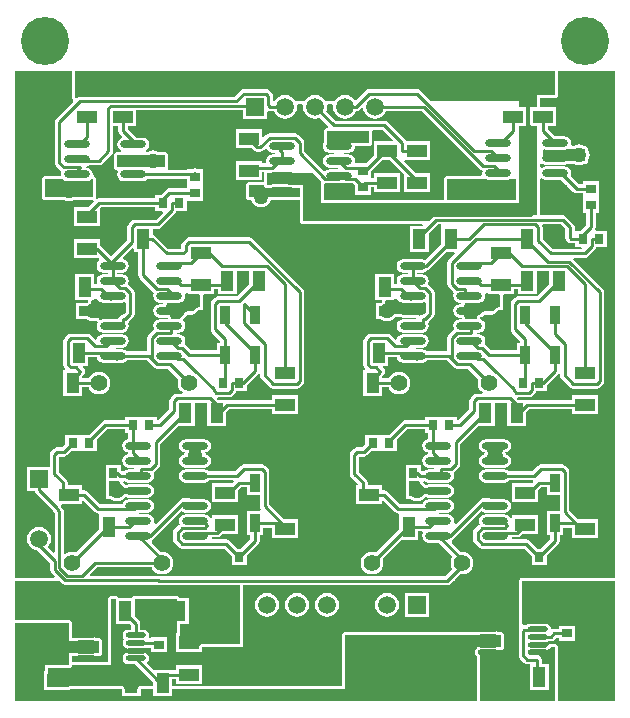
<source format=gbr>
G04 Layer_Physical_Order=1*
G04 Layer_Color=255*
%FSLAX26Y26*%
%MOIN*%
%TF.FileFunction,Copper,L1,Top,Signal*%
%TF.Part,Single*%
G01*
G75*
%TA.AperFunction,SMDPad,CuDef*%
%ADD10O,0.086614X0.023622*%
%ADD11R,0.066929X0.043307*%
%ADD12R,0.035433X0.031496*%
%ADD13R,0.043307X0.066929*%
%ADD14O,0.066929X0.017716*%
%ADD15R,0.031496X0.035433*%
%ADD16R,0.033465X0.062992*%
%TA.AperFunction,Conductor*%
%ADD17C,0.010000*%
%ADD18C,0.020000*%
%TA.AperFunction,ComponentPad*%
%ADD19C,0.059055*%
%ADD20R,0.059055X0.059055*%
%ADD21C,0.055118*%
%ADD22R,0.059055X0.059055*%
%TA.AperFunction,ViaPad*%
%ADD23C,0.160000*%
%ADD24C,0.050000*%
G36*
X2278291Y2334275D02*
X2285506Y2329454D01*
X2294016Y2327762D01*
X2311317D01*
X2314147Y2325870D01*
X2320000Y2324706D01*
X2325853Y2325870D01*
X2328683Y2327762D01*
X2357008D01*
X2363525Y2329058D01*
X2368525Y2325908D01*
Y2295229D01*
X2361778Y2288483D01*
X2360000D01*
X2354147Y2287319D01*
X2350358Y2284787D01*
X2348378Y2284155D01*
X2344077Y2284963D01*
X2343884Y2285069D01*
X2343299Y2285460D01*
X2342692Y2286098D01*
X2341660Y2286555D01*
X2340723Y2287182D01*
X2339860Y2287353D01*
X2339055Y2287710D01*
X2337927Y2287738D01*
X2336821Y2287958D01*
X2295020D01*
X2287767Y2289400D01*
X2287265Y2289608D01*
X2286261Y2289608D01*
X2285276Y2289804D01*
X2268469D01*
X2267809Y2289673D01*
X2267138Y2289717D01*
X2265876Y2289288D01*
X2264568Y2289028D01*
X2264008Y2288654D01*
X2263371Y2288438D01*
X2262369Y2287559D01*
X2261260Y2286818D01*
X2260886Y2286258D01*
X2260380Y2285815D01*
X2257691Y2282309D01*
X2252509Y2278334D01*
X2246475Y2275834D01*
X2240000Y2274982D01*
X2233525Y2275834D01*
X2227491Y2278334D01*
X2224834Y2280372D01*
X2223638Y2280962D01*
X2222529Y2281703D01*
X2221869Y2281834D01*
X2221266Y2282132D01*
X2219935Y2282219D01*
X2218627Y2282479D01*
X2212007D01*
Y2317521D01*
X2218627D01*
X2219935Y2317781D01*
X2221266Y2317868D01*
X2221869Y2318165D01*
X2222529Y2318297D01*
X2223638Y2319038D01*
X2224834Y2319627D01*
X2227491Y2321666D01*
X2228576Y2322116D01*
X2229411Y2322673D01*
X2230339Y2323058D01*
X2231049Y2323768D01*
X2231884Y2324326D01*
X2232442Y2325161D01*
X2233152Y2325871D01*
X2233536Y2326799D01*
X2234094Y2327634D01*
X2234290Y2328619D01*
X2234674Y2329546D01*
Y2330551D01*
X2234870Y2331535D01*
X2237547Y2336535D01*
X2264803D01*
Y2340000D01*
X2274466D01*
X2278291Y2334275D01*
D02*
G37*
G36*
X2576535Y2355197D02*
X2612799D01*
X2617521Y2353307D01*
Y2312007D01*
X2610649D01*
X2606748Y2311231D01*
X2603440Y2309021D01*
X2596109Y2301689D01*
X2592014Y2298954D01*
X2588169Y2298189D01*
X2572284D01*
Y2297993D01*
X2564062D01*
X2563077Y2297797D01*
X2562073D01*
X2561146Y2297413D01*
X2560161Y2297217D01*
X2559326Y2296659D01*
X2558398Y2296275D01*
X2557688Y2295565D01*
X2556853Y2295007D01*
X2556295Y2294172D01*
X2555585Y2293462D01*
X2554358Y2291626D01*
X2550516Y2289059D01*
X2549204Y2288798D01*
X2548879Y2288663D01*
X2548528Y2288639D01*
X2547052Y2287906D01*
X2545529Y2287275D01*
X2545280Y2287026D01*
X2544965Y2286870D01*
X2543881Y2285628D01*
X2542716Y2284462D01*
X2542581Y2284137D01*
X2542350Y2283872D01*
X2541064Y2281630D01*
X2540798Y2280841D01*
X2540360Y2280134D01*
X2540170Y2278974D01*
X2539795Y2277859D01*
X2539838Y2277238D01*
X2539818Y2276824D01*
X2539718Y2276208D01*
X2537111Y2273155D01*
X2535950Y2272385D01*
X2535549Y2272238D01*
X2502560D01*
X2500977Y2273233D01*
X2500352Y2273765D01*
X2498487Y2276073D01*
X2498371Y2277484D01*
X2498418Y2278898D01*
X2498210Y2279450D01*
X2498162Y2280038D01*
X2497531Y2281265D01*
X2497452Y2281664D01*
X2497280Y2281920D01*
X2497017Y2282622D01*
X2496691Y2283145D01*
X2496413Y2283442D01*
X2496344Y2283577D01*
X2496066Y2283812D01*
X2495892Y2283999D01*
X2495242Y2284971D01*
X2494545Y2285437D01*
X2493972Y2286049D01*
X2492907Y2286532D01*
X2491934Y2287182D01*
X2491112Y2287345D01*
X2490348Y2287691D01*
X2489180Y2287729D01*
X2488032Y2287958D01*
X2483996D01*
X2478460Y2289059D01*
X2474618Y2291626D01*
X2472051Y2295468D01*
X2471149Y2300000D01*
X2472051Y2304532D01*
X2474618Y2308374D01*
X2478460Y2310941D01*
X2483996Y2312042D01*
X2488032D01*
X2489180Y2312271D01*
X2490348Y2312309D01*
X2491112Y2312655D01*
X2491934Y2312818D01*
X2492907Y2313468D01*
X2493972Y2313951D01*
X2494545Y2314563D01*
X2495242Y2315029D01*
X2495892Y2316001D01*
X2496067Y2316188D01*
X2496344Y2316423D01*
X2496413Y2316558D01*
X2496691Y2316855D01*
X2497017Y2317378D01*
X2497280Y2318080D01*
X2497452Y2318336D01*
X2497531Y2318735D01*
X2498162Y2319962D01*
X2498210Y2320550D01*
X2498418Y2321102D01*
X2498371Y2322516D01*
X2498487Y2323927D01*
X2500352Y2326235D01*
X2500977Y2326767D01*
X2502560Y2327762D01*
X2545984D01*
X2554494Y2329454D01*
X2561709Y2334275D01*
X2566530Y2341490D01*
X2568223Y2350000D01*
X2567228Y2355000D01*
X2571090Y2360000D01*
X2576535D01*
Y2355197D01*
D02*
G37*
G36*
X1278291Y2334275D02*
X1285505Y2329454D01*
X1294016Y2327762D01*
X1311317D01*
X1314147Y2325870D01*
X1320000Y2324706D01*
X1325853Y2325870D01*
X1328683Y2327762D01*
X1357008D01*
X1363525Y2329058D01*
X1368525Y2325908D01*
Y2295229D01*
X1361778Y2288483D01*
X1360000D01*
X1354147Y2287319D01*
X1349186Y2284003D01*
X1345870Y2279042D01*
X1344706Y2273189D01*
Y2272238D01*
X1294016D01*
X1285505Y2270546D01*
X1284943Y2270170D01*
X1284838Y2270196D01*
X1281523Y2274235D01*
X1281132Y2274556D01*
X1280851Y2274977D01*
X1279606Y2275809D01*
X1278448Y2276759D01*
X1277964Y2276906D01*
X1277544Y2277187D01*
X1276074Y2277479D01*
X1274641Y2277914D01*
X1274138Y2277864D01*
X1273642Y2277963D01*
X1272173Y2277671D01*
X1270682Y2277524D01*
X1270236Y2277285D01*
X1269740Y2277187D01*
X1266475Y2275834D01*
X1260000Y2274982D01*
X1253525Y2275834D01*
X1247491Y2278334D01*
X1244834Y2280372D01*
X1243638Y2280962D01*
X1242529Y2281703D01*
X1241869Y2281834D01*
X1241266Y2282132D01*
X1239935Y2282219D01*
X1238627Y2282479D01*
X1212007D01*
Y2317521D01*
X1238627D01*
X1239935Y2317781D01*
X1241266Y2317868D01*
X1241869Y2318165D01*
X1242529Y2318297D01*
X1243638Y2319038D01*
X1244834Y2319627D01*
X1247491Y2321666D01*
X1248576Y2322116D01*
X1249411Y2322673D01*
X1250339Y2323058D01*
X1251049Y2323768D01*
X1251884Y2324326D01*
X1252442Y2325161D01*
X1253152Y2325871D01*
X1253536Y2326799D01*
X1254094Y2327634D01*
X1254290Y2328619D01*
X1254674Y2329546D01*
Y2330551D01*
X1254870Y2331535D01*
X1257547Y2336535D01*
X1264803D01*
Y2340000D01*
X1274466D01*
X1278291Y2334275D01*
D02*
G37*
G36*
X1576535Y2355197D02*
X1612799D01*
X1617521Y2353307D01*
Y2312007D01*
X1610649D01*
X1606748Y2311231D01*
X1603440Y2309021D01*
X1596109Y2301689D01*
X1592014Y2298954D01*
X1588169Y2298189D01*
X1572284D01*
Y2297885D01*
X1568927Y2297217D01*
X1565620Y2295007D01*
X1563409Y2291699D01*
X1561666Y2287491D01*
X1557690Y2282309D01*
X1554943Y2280201D01*
X1554390Y2279570D01*
X1553708Y2279082D01*
X1553091Y2278089D01*
X1552320Y2277210D01*
X1552050Y2276416D01*
X1551607Y2275704D01*
X1548114Y2272705D01*
X1546186Y2272218D01*
X1546115Y2272212D01*
X1545984Y2272238D01*
X1522560D01*
X1520977Y2273233D01*
X1520352Y2273765D01*
X1518487Y2276073D01*
X1518371Y2277484D01*
X1518418Y2278898D01*
X1518210Y2279450D01*
X1518162Y2280038D01*
X1517531Y2281265D01*
X1517452Y2281664D01*
X1517280Y2281920D01*
X1517016Y2282622D01*
X1516691Y2283145D01*
X1516413Y2283442D01*
X1516344Y2283577D01*
X1516066Y2283812D01*
X1515892Y2283999D01*
X1515242Y2284971D01*
X1514545Y2285437D01*
X1513972Y2286049D01*
X1512907Y2286532D01*
X1511934Y2287182D01*
X1511112Y2287345D01*
X1510348Y2287691D01*
X1509179Y2287729D01*
X1508032Y2287958D01*
X1483996D01*
X1478460Y2289059D01*
X1474618Y2291626D01*
X1472051Y2295468D01*
X1471149Y2300000D01*
X1472051Y2304532D01*
X1474618Y2308374D01*
X1478460Y2310941D01*
X1483996Y2312042D01*
X1495232D01*
X1495974Y2312190D01*
X1496729Y2312153D01*
X1497907Y2312574D01*
X1499134Y2312818D01*
X1499763Y2313239D01*
X1500475Y2313494D01*
X1501402Y2314334D01*
X1502442Y2315029D01*
X1502862Y2315657D01*
X1503422Y2316165D01*
X1503811Y2316689D01*
X1504438Y2318016D01*
X1504652Y2318336D01*
X1504677Y2318460D01*
X1505302Y2319563D01*
X1505348Y2319941D01*
X1505511Y2320285D01*
X1505590Y2321903D01*
X1505789Y2323512D01*
X1507035Y2325454D01*
X1509424Y2327601D01*
X1509801Y2327762D01*
X1545984D01*
X1554495Y2329454D01*
X1561709Y2334275D01*
X1566530Y2341490D01*
X1568223Y2350000D01*
X1567228Y2355000D01*
X1571090Y2360000D01*
X1576535D01*
Y2355197D01*
D02*
G37*
G36*
X1189804Y3011186D02*
X1190580Y3007284D01*
X1191911Y3005292D01*
X1192790Y3003976D01*
X1193439Y2999893D01*
X1193007Y2997818D01*
X1136390Y2941201D01*
X1133075Y2936239D01*
X1131911Y2930387D01*
Y2793895D01*
X1133075Y2788042D01*
X1136390Y2783080D01*
X1152096Y2767375D01*
X1154831Y2765547D01*
X1153470Y2763510D01*
X1151777Y2755000D01*
X1151964Y2754061D01*
X1148792Y2750196D01*
X1100000D01*
X1096098Y2749420D01*
X1092790Y2747210D01*
X1090580Y2743902D01*
X1089804Y2740000D01*
Y2680000D01*
X1090580Y2676098D01*
X1092790Y2672790D01*
X1096098Y2670580D01*
X1100000Y2669804D01*
X1161858D01*
X1162349Y2669428D01*
X1170863Y2665901D01*
X1180000Y2664698D01*
X1189137Y2665901D01*
X1197651Y2669428D01*
X1198142Y2669804D01*
X1260000D01*
X1261378Y2670078D01*
X1263841Y2665470D01*
X1243174Y2644803D01*
X1196535D01*
Y2581496D01*
X1283465D01*
Y2641836D01*
X1286335Y2644706D01*
X1466693D01*
Y2632284D01*
X1491241D01*
X1493154Y2627664D01*
X1469248Y2603758D01*
X1398984D01*
X1393131Y2602594D01*
X1388169Y2599279D01*
X1379382Y2590492D01*
X1376067Y2585530D01*
X1374903Y2579678D01*
Y2536532D01*
X1320000Y2481629D01*
X1283964Y2517665D01*
X1283465Y2517999D01*
Y2538504D01*
X1196535D01*
Y2475197D01*
X1278512D01*
X1280495Y2472922D01*
X1279655Y2466636D01*
X1278291Y2465725D01*
X1273470Y2458510D01*
X1271777Y2450000D01*
X1273470Y2441490D01*
X1278291Y2434275D01*
X1285505Y2429454D01*
X1294016Y2427762D01*
X1310218D01*
Y2422238D01*
X1294016D01*
X1285505Y2420546D01*
X1278291Y2415725D01*
X1273470Y2408510D01*
X1271777Y2400000D01*
X1273074Y2393483D01*
X1269924Y2388483D01*
X1264803D01*
Y2423465D01*
X1201496D01*
Y2336535D01*
X1243679D01*
X1244674Y2331535D01*
X1242349Y2330572D01*
X1238627Y2327716D01*
X1201811D01*
Y2272283D01*
X1238627D01*
X1242349Y2269428D01*
X1250863Y2265901D01*
X1260000Y2264698D01*
X1269137Y2265901D01*
X1273642Y2267767D01*
X1276957Y2263728D01*
X1273470Y2258510D01*
X1271777Y2250000D01*
X1273470Y2241490D01*
X1278291Y2234275D01*
X1285505Y2229454D01*
X1294016Y2227762D01*
X1357008D01*
X1365518Y2229454D01*
X1372733Y2234275D01*
X1377553Y2241490D01*
X1379246Y2250000D01*
X1377553Y2258510D01*
X1376193Y2260547D01*
X1378928Y2262375D01*
X1394633Y2278080D01*
X1397949Y2283042D01*
X1399113Y2288895D01*
Y2361105D01*
X1397949Y2366958D01*
X1394633Y2371920D01*
X1378928Y2387625D01*
X1376193Y2389453D01*
X1377553Y2391490D01*
X1379246Y2400000D01*
X1377553Y2408510D01*
X1372733Y2415725D01*
X1365518Y2420546D01*
X1357008Y2422238D01*
X1340806D01*
Y2427762D01*
X1357008D01*
X1365518Y2429454D01*
X1372733Y2434275D01*
X1377553Y2441490D01*
X1379246Y2450000D01*
X1377553Y2458510D01*
X1372733Y2465725D01*
X1365518Y2470546D01*
X1360286Y2471586D01*
X1358640Y2477012D01*
X1390578Y2508949D01*
X1395197Y2507035D01*
Y2496535D01*
X1411556D01*
Y2418225D01*
X1412721Y2412373D01*
X1416036Y2407411D01*
X1461072Y2362375D01*
X1463807Y2360547D01*
X1462447Y2358510D01*
X1460754Y2350000D01*
X1462447Y2341490D01*
X1467267Y2334275D01*
X1474482Y2329454D01*
X1482992Y2327762D01*
X1493104D01*
X1495620Y2322762D01*
X1495232Y2322238D01*
X1482992D01*
X1474482Y2320546D01*
X1467267Y2315725D01*
X1462447Y2308510D01*
X1460754Y2300000D01*
X1462447Y2291490D01*
X1467267Y2284275D01*
X1474482Y2279454D01*
X1482992Y2277762D01*
X1508032D01*
X1508358Y2277238D01*
X1505579Y2272238D01*
X1482992D01*
X1474482Y2270546D01*
X1467267Y2265725D01*
X1462447Y2258510D01*
X1460754Y2250000D01*
X1462447Y2241490D01*
X1463807Y2239453D01*
X1461072Y2237625D01*
X1445367Y2221920D01*
X1442051Y2216958D01*
X1440887Y2211105D01*
Y2165294D01*
X1373021D01*
X1372733Y2165725D01*
X1365518Y2170546D01*
X1357008Y2172238D01*
X1332966D01*
X1332578Y2172762D01*
X1335095Y2177762D01*
X1357008D01*
X1365518Y2179454D01*
X1372733Y2184275D01*
X1377553Y2191490D01*
X1379246Y2200000D01*
X1377553Y2208510D01*
X1372733Y2215725D01*
X1365518Y2220546D01*
X1357008Y2222238D01*
X1294016D01*
X1285505Y2220546D01*
X1278291Y2215725D01*
X1273470Y2208510D01*
X1272840Y2205341D01*
X1267415Y2203695D01*
X1251831Y2219279D01*
X1246869Y2222594D01*
X1241016Y2223758D01*
X1185283D01*
X1179430Y2222594D01*
X1174468Y2219279D01*
X1165682Y2210492D01*
X1162366Y2205530D01*
X1161202Y2199678D01*
Y2120322D01*
X1162366Y2114470D01*
X1165682Y2109508D01*
X1167105Y2108084D01*
X1165192Y2103465D01*
X1161496D01*
Y2016535D01*
X1224803D01*
Y2044706D01*
X1245681D01*
X1247192Y2041058D01*
X1253213Y2033213D01*
X1261058Y2027192D01*
X1270195Y2023408D01*
X1280000Y2022117D01*
X1289805Y2023408D01*
X1298942Y2027192D01*
X1306787Y2033213D01*
X1312808Y2041058D01*
X1316592Y2050195D01*
X1317883Y2060000D01*
X1316592Y2069805D01*
X1312808Y2078942D01*
X1306787Y2086787D01*
X1298942Y2092808D01*
X1289805Y2096592D01*
X1280000Y2097883D01*
X1270195Y2096592D01*
X1261058Y2092808D01*
X1253213Y2086787D01*
X1247192Y2078942D01*
X1245681Y2075294D01*
X1224803D01*
Y2083174D01*
X1228484Y2086855D01*
X1231799Y2091817D01*
X1232963Y2097669D01*
X1231799Y2103522D01*
X1228484Y2108484D01*
X1225052Y2111916D01*
X1226965Y2116535D01*
X1244803D01*
Y2144706D01*
X1272830D01*
X1273470Y2141490D01*
X1278291Y2134275D01*
X1285505Y2129454D01*
X1294016Y2127762D01*
X1331317D01*
X1334147Y2125870D01*
X1340000Y2124706D01*
X1345853Y2125870D01*
X1348683Y2127762D01*
X1357008D01*
X1365518Y2129454D01*
X1372733Y2134275D01*
X1373021Y2134706D01*
X1438741D01*
X1461072Y2112375D01*
X1466034Y2109059D01*
X1471887Y2107895D01*
X1510476D01*
X1544919Y2073453D01*
X1543408Y2069805D01*
X1542117Y2060000D01*
X1543408Y2050195D01*
X1547192Y2041058D01*
X1553213Y2033213D01*
X1559017Y2028758D01*
X1557320Y2023758D01*
X1538984D01*
X1533131Y2022594D01*
X1528169Y2019279D01*
X1519382Y2010492D01*
X1516067Y2005531D01*
X1514903Y1999678D01*
Y1973973D01*
X1478307Y1937377D01*
X1473307Y1939448D01*
Y1947717D01*
X1421811D01*
Y1947717D01*
X1418189D01*
Y1947717D01*
X1366693D01*
Y1935294D01*
X1300000D01*
X1294147Y1934130D01*
X1289186Y1930814D01*
X1246088Y1887717D01*
X1223189D01*
X1221811Y1887717D01*
X1218189D01*
X1216811Y1887717D01*
X1166693D01*
Y1855881D01*
X1155909Y1845097D01*
X1140322D01*
X1134469Y1843933D01*
X1129508Y1840618D01*
X1120721Y1831831D01*
X1117406Y1826869D01*
X1116242Y1821016D01*
Y1779527D01*
X1040473D01*
Y1700473D01*
X1065203D01*
X1065870Y1697119D01*
X1069186Y1692157D01*
X1125541Y1635801D01*
X1125870Y1634147D01*
X1129186Y1629186D01*
X1132147Y1626224D01*
Y1496015D01*
X1127528Y1494101D01*
X1108899Y1512730D01*
X1114527Y1520066D01*
X1118510Y1529681D01*
X1119869Y1540000D01*
X1118510Y1550319D01*
X1114527Y1559934D01*
X1108191Y1568191D01*
X1099934Y1574527D01*
X1090319Y1578510D01*
X1080000Y1579869D01*
X1069681Y1578510D01*
X1060066Y1574527D01*
X1051809Y1568191D01*
X1045473Y1559934D01*
X1041490Y1550319D01*
X1040131Y1540000D01*
X1041490Y1529681D01*
X1045473Y1520066D01*
X1051809Y1511809D01*
X1060066Y1505473D01*
X1069681Y1501490D01*
X1077973Y1500398D01*
X1117147Y1461224D01*
Y1436158D01*
X1118311Y1430306D01*
X1121627Y1425344D01*
X1132155Y1414815D01*
X1130242Y1410196D01*
X1000000Y1410196D01*
Y3100000D01*
X1189804D01*
Y3011186D01*
D02*
G37*
G36*
X2781496Y2389975D02*
X2740240Y2348719D01*
X2677055D01*
X2671202Y2347555D01*
X2666240Y2344240D01*
X2657453Y2335453D01*
X2654138Y2330491D01*
X2652974Y2324638D01*
Y2238787D01*
X2654138Y2232934D01*
X2657453Y2227972D01*
X2684706Y2200720D01*
Y2194567D01*
X2673268D01*
Y2168365D01*
X2587165D01*
X2567904Y2187625D01*
X2565169Y2189453D01*
X2566530Y2191490D01*
X2568223Y2200000D01*
X2566530Y2208510D01*
X2561709Y2215725D01*
X2554494Y2220546D01*
X2545984Y2222238D01*
X2543179D01*
X2540013Y2227238D01*
X2540260Y2227762D01*
X2545984D01*
X2554494Y2229454D01*
X2561709Y2234275D01*
X2566530Y2241490D01*
X2568223Y2250000D01*
X2566530Y2258510D01*
X2561709Y2265725D01*
X2554494Y2270546D01*
X2552457Y2270951D01*
X2549908Y2276556D01*
X2551194Y2278798D01*
X2554494Y2279454D01*
X2561709Y2284275D01*
X2564062Y2287797D01*
X2588189D01*
X2595993Y2289349D01*
X2602608Y2293770D01*
X2610649Y2301811D01*
X2627717D01*
Y2353307D01*
X2631934Y2355197D01*
X2663465D01*
Y2371557D01*
X2675197D01*
Y2356535D01*
X2738504D01*
Y2433171D01*
X2781496D01*
Y2389975D01*
D02*
G37*
G36*
X1781496D02*
X1740240Y2348719D01*
X1677054D01*
X1671202Y2347555D01*
X1666240Y2344240D01*
X1657453Y2335453D01*
X1654138Y2330491D01*
X1652974Y2324638D01*
Y2238787D01*
X1654138Y2232934D01*
X1657453Y2227972D01*
X1684706Y2200720D01*
Y2194567D01*
X1673268D01*
Y2168365D01*
X1587165D01*
X1567904Y2187625D01*
X1565169Y2189453D01*
X1566530Y2191490D01*
X1568223Y2200000D01*
X1566530Y2208510D01*
X1561709Y2215725D01*
X1554495Y2220546D01*
X1545984Y2222238D01*
X1543179D01*
X1540013Y2227238D01*
X1540261Y2227762D01*
X1545984D01*
X1554495Y2229454D01*
X1561709Y2234275D01*
X1566530Y2241490D01*
X1568223Y2250000D01*
X1566530Y2258510D01*
X1561709Y2265725D01*
X1561351Y2265964D01*
X1561150Y2272112D01*
X1564962Y2275038D01*
X1570572Y2282349D01*
X1572829Y2287797D01*
X1588189D01*
X1595993Y2289349D01*
X1602608Y2293770D01*
X1610649Y2301811D01*
X1627717D01*
Y2353307D01*
X1631934Y2355197D01*
X1663465D01*
Y2371557D01*
X1675197D01*
Y2356535D01*
X1738504D01*
Y2433171D01*
X1781496D01*
Y2389975D01*
D02*
G37*
G36*
X1180000Y1200000D02*
X1208485D01*
X1212717Y1199158D01*
X1261929D01*
X1266161Y1200000D01*
X1280000D01*
Y1160000D01*
X1266162D01*
X1261929Y1160842D01*
X1212717D01*
X1208484Y1160000D01*
X1180000D01*
Y1120000D01*
X1100000D01*
Y1098504D01*
X1096535D01*
Y1035197D01*
X1183465D01*
Y1040000D01*
X1355197Y1040000D01*
Y1016535D01*
X1418504D01*
Y1040000D01*
X1461496D01*
Y1016535D01*
X1524803D01*
Y1040000D01*
X2100000Y1040000D01*
Y1220000D01*
X2548485Y1220000D01*
X2552717Y1219158D01*
X2601929D01*
X2606161Y1220000D01*
X2620000D01*
Y1180000D01*
X2606162D01*
X2601929Y1180842D01*
X2552717D01*
X2548484Y1180000D01*
X2540000D01*
Y1175798D01*
X2539121Y1175210D01*
X2534952Y1168972D01*
X2533489Y1161614D01*
X2534952Y1154256D01*
X2539121Y1148018D01*
X2540000Y1147431D01*
Y1000000D01*
X2400000Y1000000D01*
X1000000D01*
Y1260000D01*
X1180000D01*
Y1200000D01*
D02*
G37*
G36*
X1146970Y1400000D02*
X1155344Y1391627D01*
X1160306Y1388311D01*
X1166158Y1387147D01*
X1472236D01*
X1474147Y1385870D01*
X1480000Y1384706D01*
X1749804D01*
Y1190196D01*
X1623465D01*
X1619563Y1189420D01*
X1616255Y1187210D01*
X1614045Y1183902D01*
X1613269Y1180000D01*
Y1180000D01*
X1546731D01*
Y1217274D01*
X1547210Y1217593D01*
X1549420Y1220901D01*
X1550196Y1224803D01*
Y1256535D01*
X1578504D01*
Y1343465D01*
X1549507D01*
X1549420Y1343902D01*
X1547210Y1347210D01*
X1543902Y1349420D01*
X1540000Y1350196D01*
X1398504D01*
X1394602Y1349420D01*
X1391294Y1347210D01*
X1389084Y1343902D01*
X1388997Y1343465D01*
X1344704D01*
X1344617Y1343902D01*
X1342407Y1347210D01*
X1339099Y1349420D01*
X1335197Y1350196D01*
X1320000D01*
X1316098Y1349420D01*
X1312790Y1347210D01*
X1310580Y1343902D01*
X1309804Y1340000D01*
Y1130196D01*
X1190196D01*
Y1149804D01*
X1204815D01*
X1205359Y1149441D01*
X1212717Y1147977D01*
X1261929D01*
X1269287Y1149441D01*
X1269831Y1149804D01*
X1280000D01*
X1283902Y1150580D01*
X1287210Y1152790D01*
X1289420Y1156098D01*
X1290196Y1160000D01*
Y1200000D01*
X1289420Y1203902D01*
X1287210Y1207210D01*
X1283902Y1209420D01*
X1280000Y1210196D01*
X1269831D01*
X1269287Y1210559D01*
X1261929Y1212023D01*
X1212717D01*
X1205359Y1210559D01*
X1204814Y1210196D01*
X1190196D01*
Y1260000D01*
X1189420Y1263902D01*
X1187210Y1267210D01*
X1183902Y1269420D01*
X1180000Y1270196D01*
X1000000D01*
Y1400000D01*
X1146970Y1400000D01*
D02*
G37*
G36*
X2680000D02*
Y1239561D01*
X2678919Y1234126D01*
Y1151732D01*
X2680083Y1145879D01*
X2683398Y1140918D01*
X2697374Y1126942D01*
X2702336Y1123626D01*
X2708189Y1122462D01*
X2715197D01*
Y1036535D01*
X2778504D01*
Y1123465D01*
X2755294D01*
Y1137756D01*
X2754130Y1143609D01*
X2750814Y1148570D01*
X2745853Y1151886D01*
X2740000Y1153050D01*
X2714523D01*
X2709507Y1158067D01*
Y1164691D01*
X2714507Y1168686D01*
X2718071Y1167977D01*
X2767284D01*
X2774642Y1169441D01*
X2780880Y1173609D01*
X2785048Y1179847D01*
X2785078Y1180000D01*
X2800000D01*
Y1000000D01*
X2550196D01*
Y1147431D01*
X2550000Y1148416D01*
Y1149420D01*
X2549616Y1150348D01*
X2549420Y1151332D01*
X2548862Y1152167D01*
X2548477Y1153095D01*
X2547767Y1153806D01*
X2547209Y1154640D01*
X2546756Y1154944D01*
X2544557Y1158234D01*
X2543885Y1161614D01*
X2544557Y1164994D01*
X2546756Y1168285D01*
X2547209Y1168588D01*
X2547495Y1169016D01*
X2552717Y1167977D01*
X2601929D01*
X2609287Y1169441D01*
X2609831Y1169804D01*
X2620000D01*
X2623902Y1170580D01*
X2627210Y1172790D01*
X2629420Y1176098D01*
X2630196Y1180000D01*
Y1220000D01*
X2629420Y1223902D01*
X2627210Y1227210D01*
X2623902Y1229420D01*
X2620000Y1230196D01*
X2609831D01*
X2609287Y1230559D01*
X2601929Y1232023D01*
X2552717D01*
X2545358Y1230559D01*
X2544814Y1230196D01*
X2100000Y1230196D01*
X2096098Y1229420D01*
X2092790Y1227209D01*
X2090580Y1223902D01*
X2089804Y1220000D01*
Y1050196D01*
X1524803Y1050196D01*
Y1071556D01*
X1536535D01*
Y1055197D01*
X1623465D01*
Y1118504D01*
X1536535D01*
Y1102144D01*
X1524803D01*
Y1103465D01*
X1462456D01*
X1440613Y1125308D01*
X1440880Y1128018D01*
X1445048Y1134256D01*
X1446511Y1141614D01*
X1445048Y1148972D01*
X1440880Y1155210D01*
X1434642Y1159378D01*
X1427284Y1160842D01*
X1378071D01*
X1370713Y1159378D01*
X1364475Y1155210D01*
X1360307Y1148972D01*
X1358843Y1141614D01*
X1360307Y1134256D01*
X1364475Y1128018D01*
X1370713Y1123850D01*
X1378071Y1122387D01*
X1400276D01*
X1461496Y1061166D01*
Y1050196D01*
X1418504D01*
X1414602Y1049420D01*
X1411294Y1047209D01*
X1409084Y1043902D01*
X1408308Y1040000D01*
X1365393D01*
X1364617Y1043902D01*
X1362407Y1047209D01*
X1359099Y1049420D01*
X1355197Y1050196D01*
X1183465Y1050196D01*
X1179563Y1049420D01*
X1176255Y1047210D01*
X1175041Y1045393D01*
X1106731D01*
Y1090975D01*
X1107210Y1091294D01*
X1109420Y1094602D01*
X1110196Y1098504D01*
Y1109804D01*
X1180000D01*
X1183902Y1110580D01*
X1187210Y1112790D01*
X1189420Y1116098D01*
X1190196Y1120000D01*
X1320000D01*
Y1340000D01*
X1335197D01*
Y1256535D01*
X1381836D01*
X1387383Y1250988D01*
Y1237614D01*
X1378071D01*
X1370713Y1236150D01*
X1364475Y1231982D01*
X1360307Y1225744D01*
X1358843Y1218386D01*
X1360307Y1211028D01*
X1363940Y1205591D01*
X1360307Y1200153D01*
X1358843Y1192795D01*
X1360307Y1185437D01*
X1364475Y1179199D01*
X1370713Y1175031D01*
X1378071Y1173568D01*
X1427284D01*
X1434642Y1175031D01*
X1437808Y1177147D01*
X1452284D01*
Y1161811D01*
X1507717D01*
Y1213307D01*
X1452284D01*
Y1210982D01*
X1449198Y1210124D01*
X1445679Y1214201D01*
X1446511Y1218386D01*
X1445048Y1225744D01*
X1440880Y1231982D01*
X1434642Y1236150D01*
X1427284Y1237614D01*
X1417971D01*
Y1257323D01*
X1416807Y1263176D01*
X1413492Y1268137D01*
X1398504Y1283125D01*
Y1340000D01*
X1540000D01*
Y1224803D01*
X1536535D01*
Y1161496D01*
X1623465D01*
Y1180000D01*
X1760000D01*
Y1384706D01*
X2440000D01*
X2445853Y1385870D01*
X2450814Y1389186D01*
X2461629Y1400000D01*
X2680000D01*
D02*
G37*
G36*
X3000000Y1000000D02*
X2810196D01*
Y1180000D01*
X2809420Y1183902D01*
X2807210Y1187210D01*
X2803902Y1189420D01*
X2800000Y1190196D01*
X2785078D01*
X2784093Y1190000D01*
X2783089Y1190000D01*
X2782161Y1189616D01*
X2781176Y1189420D01*
X2780341Y1188862D01*
X2779414Y1188478D01*
X2778704Y1187768D01*
X2777869Y1187210D01*
X2777311Y1186375D01*
X2776601Y1185665D01*
X2776483Y1185381D01*
X2773529Y1180960D01*
X2772093Y1180000D01*
X2771516D01*
X2767284Y1180842D01*
X2718071D01*
X2714507Y1180133D01*
X2709507Y1181901D01*
Y1190281D01*
X2714507Y1194277D01*
X2718071Y1193568D01*
X2767284D01*
X2774642Y1195031D01*
X2780880Y1199199D01*
X2780903Y1199234D01*
X2787520D01*
X2793373Y1200398D01*
X2798334Y1203713D01*
X2804209Y1209588D01*
X2812284D01*
Y1199134D01*
X2867716D01*
Y1250630D01*
X2812284D01*
Y1240176D01*
X2797874D01*
X2792021Y1239012D01*
X2791242Y1238491D01*
X2785992Y1240996D01*
X2785048Y1245744D01*
X2780880Y1251982D01*
X2774642Y1256150D01*
X2767284Y1257614D01*
X2718071D01*
X2710713Y1256150D01*
X2704475Y1251982D01*
X2704452Y1251947D01*
X2696740D01*
X2695196Y1251640D01*
X2690196Y1255744D01*
Y1400000D01*
X2690196Y1400000D01*
X3000000D01*
Y1000000D01*
D02*
G37*
G36*
X2346871Y1732254D02*
X2348292Y1731446D01*
X2351221Y1728021D01*
X2351336Y1727391D01*
X2351581Y1725877D01*
X2352225Y1724151D01*
X2352816Y1722409D01*
X2352918Y1722294D01*
X2352971Y1722150D01*
X2354227Y1720801D01*
X2355439Y1719418D01*
X2357690Y1717691D01*
X2360380Y1714185D01*
X2360886Y1713742D01*
X2361260Y1713182D01*
X2362369Y1712441D01*
X2363371Y1711562D01*
X2364008Y1711346D01*
X2364568Y1710972D01*
X2365875Y1710712D01*
X2367138Y1710283D01*
X2367810Y1710327D01*
X2368469Y1710196D01*
X2370787D01*
X2371772Y1710392D01*
X2372777Y1710392D01*
X2373278Y1710600D01*
X2380532Y1712042D01*
X2441515D01*
X2447052Y1710941D01*
X2450894Y1708374D01*
X2453461Y1704532D01*
X2454362Y1700000D01*
X2453461Y1695468D01*
X2450894Y1691626D01*
X2447052Y1689059D01*
X2441515Y1687958D01*
X2380532D01*
X2373278Y1689400D01*
X2372777Y1689608D01*
X2371772Y1689608D01*
X2370787Y1689804D01*
X2368469D01*
X2367809Y1689673D01*
X2367138Y1689717D01*
X2365876Y1689288D01*
X2364568Y1689028D01*
X2364008Y1688654D01*
X2363371Y1688438D01*
X2362369Y1687559D01*
X2361260Y1686818D01*
X2360886Y1686258D01*
X2360380Y1685815D01*
X2357691Y1682310D01*
X2354681Y1680000D01*
X2325319D01*
X2324834Y1680373D01*
X2323638Y1680962D01*
X2322529Y1681703D01*
X2321869Y1681835D01*
X2321266Y1682132D01*
X2319935Y1682219D01*
X2318627Y1682479D01*
X2312007D01*
Y1727284D01*
X2312007Y1727285D01*
X2313057Y1732284D01*
X2346642D01*
X2346871Y1732254D01*
D02*
G37*
G36*
X1346871D02*
X1348292Y1731446D01*
X1351221Y1728021D01*
X1351336Y1727391D01*
X1351582Y1725877D01*
X1352225Y1724151D01*
X1352816Y1722409D01*
X1352918Y1722294D01*
X1352971Y1722150D01*
X1354227Y1720801D01*
X1355439Y1719418D01*
X1357690Y1717691D01*
X1360380Y1714185D01*
X1360886Y1713742D01*
X1361260Y1713182D01*
X1362369Y1712441D01*
X1363371Y1711562D01*
X1364008Y1711346D01*
X1364568Y1710972D01*
X1365875Y1710712D01*
X1367138Y1710283D01*
X1367810Y1710327D01*
X1368469Y1710196D01*
X1370787D01*
X1371772Y1710392D01*
X1372777Y1710392D01*
X1373278Y1710600D01*
X1380532Y1712042D01*
X1441515D01*
X1447052Y1710941D01*
X1450894Y1708374D01*
X1453461Y1704532D01*
X1454362Y1700000D01*
X1453461Y1695468D01*
X1450894Y1691626D01*
X1447052Y1689059D01*
X1441515Y1687958D01*
X1380532D01*
X1373278Y1689400D01*
X1372777Y1689608D01*
X1371772Y1689608D01*
X1370787Y1689804D01*
X1368469D01*
X1367809Y1689673D01*
X1367138Y1689717D01*
X1365876Y1689288D01*
X1364568Y1689028D01*
X1364008Y1688654D01*
X1363371Y1688438D01*
X1362369Y1687559D01*
X1361260Y1686818D01*
X1360886Y1686258D01*
X1360380Y1685815D01*
X1357690Y1682310D01*
X1354681Y1680000D01*
X1325319D01*
X1324834Y1680373D01*
X1323638Y1680962D01*
X1322529Y1681703D01*
X1321869Y1681835D01*
X1321266Y1682132D01*
X1319935Y1682219D01*
X1318627Y1682479D01*
X1312007D01*
Y1727284D01*
X1312007Y1727285D01*
X1313057Y1732284D01*
X1346642D01*
X1346871Y1732254D01*
D02*
G37*
G36*
X1266949Y1629186D02*
X1271910Y1625870D01*
X1277068Y1624844D01*
X1281496Y1623464D01*
Y1573125D01*
X1203453Y1495081D01*
X1199805Y1496592D01*
X1190000Y1497883D01*
X1180195Y1496592D01*
X1171058Y1492808D01*
X1167735Y1490257D01*
X1162735Y1492723D01*
Y1632559D01*
X1161571Y1638412D01*
X1158255Y1643373D01*
X1154459Y1647170D01*
X1154130Y1648824D01*
X1153213Y1650197D01*
X1155885Y1655197D01*
X1223465D01*
Y1665599D01*
X1228465Y1667670D01*
X1266949Y1629186D01*
D02*
G37*
G36*
X1960927Y2986045D02*
X1960131Y2980000D01*
X1961490Y2969681D01*
X1965473Y2960066D01*
X1971809Y2951809D01*
X1980066Y2945473D01*
X1989681Y2941490D01*
X2000000Y2940131D01*
X2010319Y2941490D01*
X2014959Y2943412D01*
X2043556Y2914815D01*
X2041642Y2910196D01*
X2040000D01*
X2036098Y2909420D01*
X2032790Y2907210D01*
X2030580Y2903902D01*
X2029804Y2900000D01*
Y2861273D01*
X2027958Y2858510D01*
X2026266Y2850000D01*
X2027958Y2841490D01*
X2030165Y2838188D01*
X2030580Y2836098D01*
X2032790Y2832790D01*
X2036098Y2830580D01*
X2039246Y2829954D01*
X2039994Y2829454D01*
X2048504Y2827762D01*
X2062640D01*
X2063089Y2827238D01*
X2060787Y2822238D01*
X2048504D01*
X2039994Y2820546D01*
X2032779Y2815725D01*
X2027958Y2808510D01*
X2026266Y2800000D01*
X2027958Y2791490D01*
X2032779Y2784275D01*
X2039994Y2779454D01*
X2048504Y2777762D01*
X2076476D01*
X2076826Y2777238D01*
X2074153Y2772238D01*
X2048504D01*
X2039994Y2770546D01*
X2032779Y2765725D01*
X2030826Y2765533D01*
X1964625Y2831734D01*
Y2861105D01*
X1963460Y2866958D01*
X1960145Y2871920D01*
X1944439Y2887625D01*
X1939478Y2890941D01*
X1933625Y2892105D01*
X1848422D01*
X1842569Y2890941D01*
X1837608Y2887625D01*
X1828084Y2878102D01*
X1823465Y2880015D01*
Y2904803D01*
X1736535D01*
Y2841496D01*
X1790025D01*
X1795839Y2835682D01*
X1800801Y2832366D01*
X1806653Y2831202D01*
X1818107D01*
X1823960Y2832366D01*
X1828922Y2835682D01*
X1834348Y2841108D01*
X1840111Y2839800D01*
X1843803Y2834275D01*
X1851017Y2829454D01*
X1859527Y2827762D01*
X1865938D01*
X1866287Y2827238D01*
X1863615Y2822238D01*
X1859527D01*
X1851017Y2820546D01*
X1843803Y2815725D01*
X1838982Y2808510D01*
X1837289Y2800000D01*
X1838091Y2795970D01*
X1834919Y2792105D01*
X1823465D01*
Y2798504D01*
X1736535D01*
Y2735197D01*
X1823465D01*
Y2761517D01*
X1828559D01*
X1829804Y2760000D01*
Y2730196D01*
X1780000D01*
X1776098Y2729420D01*
X1772790Y2727210D01*
X1770580Y2723902D01*
X1769804Y2720000D01*
Y2680000D01*
X1770580Y2676098D01*
X1772790Y2672790D01*
X1776098Y2670580D01*
X1780000Y2669804D01*
X1786340D01*
X1789428Y2662349D01*
X1795038Y2655038D01*
X1802349Y2649428D01*
X1810863Y2645901D01*
X1820000Y2644698D01*
X1829137Y2645901D01*
X1837651Y2649428D01*
X1844962Y2655038D01*
X1850572Y2662349D01*
X1853660Y2669804D01*
X1949804D01*
Y2600000D01*
X1950580Y2596098D01*
X1952790Y2592791D01*
X1956098Y2590580D01*
X1960000Y2589804D01*
X2357221D01*
X2359806Y2584804D01*
X2358856Y2583465D01*
X2315197D01*
Y2496535D01*
X2378504D01*
Y2556875D01*
X2409800Y2588171D01*
X2420787D01*
X2421496Y2583464D01*
X2421496D01*
Y2523125D01*
X2367555Y2469184D01*
X2365518Y2470546D01*
X2357008Y2472238D01*
X2294016D01*
X2285506Y2470546D01*
X2278291Y2465725D01*
X2273470Y2458510D01*
X2271777Y2450000D01*
X2273470Y2441490D01*
X2278291Y2434275D01*
X2285506Y2429454D01*
X2294016Y2427762D01*
X2310218D01*
Y2422238D01*
X2294016D01*
X2285506Y2420546D01*
X2278291Y2415725D01*
X2273470Y2408510D01*
X2271777Y2400000D01*
X2273074Y2393483D01*
X2269924Y2388483D01*
X2264803D01*
Y2423465D01*
X2201496D01*
Y2336535D01*
X2223680D01*
X2224674Y2331535D01*
X2222349Y2330572D01*
X2218627Y2327716D01*
X2201811D01*
Y2272283D01*
X2218627D01*
X2222349Y2269428D01*
X2230863Y2265901D01*
X2240000Y2264698D01*
X2249137Y2265901D01*
X2257651Y2269428D01*
X2264962Y2275038D01*
X2268469Y2279608D01*
X2285276D01*
X2285506Y2279454D01*
X2294016Y2277762D01*
X2336821D01*
X2339987Y2272762D01*
X2339740Y2272238D01*
X2294016D01*
X2285506Y2270546D01*
X2278291Y2265725D01*
X2273470Y2258510D01*
X2271777Y2250000D01*
X2273470Y2241490D01*
X2278291Y2234275D01*
X2285506Y2229454D01*
X2294016Y2227762D01*
X2357008D01*
X2365518Y2229454D01*
X2372733Y2234275D01*
X2377553Y2241490D01*
X2379246Y2250000D01*
X2377553Y2258510D01*
X2376193Y2260547D01*
X2378928Y2262375D01*
X2394633Y2278080D01*
X2397949Y2283042D01*
X2399113Y2288895D01*
Y2361105D01*
X2397949Y2366958D01*
X2394633Y2371920D01*
X2378928Y2387625D01*
X2376193Y2389453D01*
X2377553Y2391490D01*
X2379246Y2400000D01*
X2377553Y2408510D01*
X2372733Y2415725D01*
X2365518Y2420546D01*
X2357008Y2422238D01*
X2340806D01*
Y2427762D01*
X2357008D01*
X2365518Y2429454D01*
X2372733Y2434275D01*
X2373484Y2435399D01*
X2375853Y2435870D01*
X2380814Y2439186D01*
X2438164Y2496535D01*
X2463450D01*
X2465363Y2491916D01*
X2445367Y2471920D01*
X2442051Y2466958D01*
X2440887Y2461105D01*
Y2388895D01*
X2442051Y2383042D01*
X2445367Y2378080D01*
X2461072Y2362375D01*
X2463807Y2360547D01*
X2462447Y2358510D01*
X2460754Y2350000D01*
X2462447Y2341490D01*
X2467267Y2334275D01*
X2474482Y2329454D01*
X2482992Y2327762D01*
X2485579D01*
X2488358Y2322762D01*
X2488032Y2322238D01*
X2482992D01*
X2474482Y2320546D01*
X2467267Y2315725D01*
X2462447Y2308510D01*
X2460754Y2300000D01*
X2462447Y2291490D01*
X2467267Y2284275D01*
X2474482Y2279454D01*
X2482992Y2277762D01*
X2488032D01*
X2488358Y2277238D01*
X2485579Y2272238D01*
X2482992D01*
X2474482Y2270546D01*
X2467267Y2265725D01*
X2462447Y2258510D01*
X2460754Y2250000D01*
X2462447Y2241490D01*
X2463807Y2239453D01*
X2461072Y2237625D01*
X2445367Y2221920D01*
X2442051Y2216958D01*
X2440887Y2211105D01*
Y2165294D01*
X2373021D01*
X2372733Y2165725D01*
X2365518Y2170546D01*
X2357008Y2172238D01*
X2332966D01*
X2332578Y2172762D01*
X2335095Y2177762D01*
X2357008D01*
X2365518Y2179454D01*
X2372733Y2184275D01*
X2377553Y2191490D01*
X2379246Y2200000D01*
X2377553Y2208510D01*
X2372733Y2215725D01*
X2365518Y2220546D01*
X2357008Y2222238D01*
X2294016D01*
X2285506Y2220546D01*
X2278291Y2215725D01*
X2273470Y2208510D01*
X2272840Y2205341D01*
X2267414Y2203695D01*
X2251831Y2219279D01*
X2246869Y2222594D01*
X2241016Y2223758D01*
X2185283D01*
X2179430Y2222594D01*
X2174468Y2219279D01*
X2165682Y2210492D01*
X2162366Y2205530D01*
X2161202Y2199678D01*
Y2120322D01*
X2162366Y2114470D01*
X2165682Y2109508D01*
X2167106Y2108084D01*
X2165192Y2103465D01*
X2161496D01*
Y2016535D01*
X2224803D01*
Y2044706D01*
X2245681D01*
X2247192Y2041058D01*
X2253213Y2033213D01*
X2261058Y2027192D01*
X2270195Y2023408D01*
X2280000Y2022117D01*
X2289805Y2023408D01*
X2298942Y2027192D01*
X2306787Y2033213D01*
X2312808Y2041058D01*
X2316592Y2050195D01*
X2317883Y2060000D01*
X2316592Y2069805D01*
X2312808Y2078942D01*
X2306787Y2086787D01*
X2298942Y2092808D01*
X2289805Y2096592D01*
X2280000Y2097883D01*
X2270195Y2096592D01*
X2261058Y2092808D01*
X2253213Y2086787D01*
X2247192Y2078942D01*
X2245681Y2075294D01*
X2224803D01*
Y2083174D01*
X2228484Y2086855D01*
X2231799Y2091817D01*
X2232963Y2097669D01*
X2231799Y2103522D01*
X2228484Y2108484D01*
X2225052Y2111916D01*
X2226965Y2116535D01*
X2244803D01*
Y2144706D01*
X2272830D01*
X2273470Y2141490D01*
X2278291Y2134275D01*
X2285506Y2129454D01*
X2294016Y2127762D01*
X2331317D01*
X2334147Y2125870D01*
X2340000Y2124706D01*
X2345853Y2125870D01*
X2348683Y2127762D01*
X2357008D01*
X2365518Y2129454D01*
X2372733Y2134275D01*
X2373021Y2134706D01*
X2438741D01*
X2461072Y2112375D01*
X2466034Y2109059D01*
X2471887Y2107895D01*
X2510476D01*
X2544919Y2073453D01*
X2543408Y2069805D01*
X2542117Y2060000D01*
X2543408Y2050195D01*
X2547192Y2041058D01*
X2553213Y2033213D01*
X2559017Y2028758D01*
X2557320Y2023758D01*
X2538984D01*
X2533131Y2022594D01*
X2528169Y2019279D01*
X2519382Y2010492D01*
X2516067Y2005531D01*
X2514903Y1999678D01*
Y1973973D01*
X2478307Y1937377D01*
X2473307Y1939448D01*
Y1947717D01*
X2421811D01*
Y1947717D01*
X2418189D01*
Y1947717D01*
X2366693D01*
Y1935294D01*
X2300000D01*
X2294147Y1934130D01*
X2289186Y1930814D01*
X2246088Y1887717D01*
X2223189D01*
X2221811Y1887717D01*
X2218189D01*
X2216811Y1887717D01*
X2166693D01*
Y1855881D01*
X2155909Y1845097D01*
X2140322D01*
X2134470Y1843933D01*
X2129508Y1840618D01*
X2120721Y1831831D01*
X2117406Y1826869D01*
X2116242Y1821016D01*
Y1756496D01*
X2117406Y1750643D01*
X2120721Y1745682D01*
X2142899Y1723504D01*
X2140828Y1718504D01*
X2136535D01*
Y1655197D01*
X2223465D01*
Y1665599D01*
X2228465Y1667670D01*
X2266949Y1629186D01*
X2271910Y1625870D01*
X2277068Y1624844D01*
X2277950Y1624570D01*
X2281496Y1621978D01*
X2281496Y1619706D01*
Y1573125D01*
X2203453Y1495081D01*
X2199805Y1496592D01*
X2190000Y1497883D01*
X2180195Y1496592D01*
X2171058Y1492808D01*
X2163213Y1486787D01*
X2157192Y1478942D01*
X2153408Y1469805D01*
X2152117Y1460000D01*
X2153408Y1450195D01*
X2157192Y1441058D01*
X2163213Y1433213D01*
X2171058Y1427192D01*
X2180195Y1423408D01*
X2190000Y1422117D01*
X2199805Y1423408D01*
X2208942Y1427192D01*
X2216787Y1433213D01*
X2222808Y1441058D01*
X2226592Y1450195D01*
X2227883Y1460000D01*
X2226592Y1469805D01*
X2225081Y1473453D01*
X2288164Y1536535D01*
X2344803D01*
Y1564706D01*
X2357818D01*
X2360175Y1560296D01*
X2358982Y1558510D01*
X2357289Y1550000D01*
X2358982Y1541490D01*
X2363803Y1534275D01*
X2371017Y1529455D01*
X2379528Y1527762D01*
X2411633D01*
X2458608Y1480787D01*
X2457192Y1478942D01*
X2453408Y1469805D01*
X2452117Y1460000D01*
X2453408Y1450195D01*
X2457192Y1441058D01*
X2458164Y1439793D01*
X2433665Y1415294D01*
X1485322D01*
X1483412Y1416571D01*
X1477559Y1417735D01*
X1251503D01*
X1249590Y1422354D01*
X1271942Y1444706D01*
X1455681D01*
X1457192Y1441058D01*
X1463213Y1433213D01*
X1471058Y1427192D01*
X1480195Y1423408D01*
X1490000Y1422117D01*
X1499805Y1423408D01*
X1508942Y1427192D01*
X1516787Y1433213D01*
X1522808Y1441058D01*
X1526592Y1450195D01*
X1527883Y1460000D01*
X1526592Y1469805D01*
X1522808Y1478942D01*
X1516787Y1486787D01*
X1508942Y1492808D01*
X1499805Y1496592D01*
X1490000Y1497883D01*
X1485378Y1497275D01*
X1455116Y1527536D01*
X1455606Y1532512D01*
X1458245Y1534275D01*
X1462958Y1541329D01*
X1554652Y1633024D01*
X1559994Y1629455D01*
X1568504Y1627762D01*
X1631496D01*
X1640006Y1629455D01*
X1647221Y1634275D01*
X1652042Y1641490D01*
X1653734Y1650000D01*
X1652042Y1658510D01*
X1647221Y1665725D01*
X1640006Y1670545D01*
X1631496Y1672238D01*
X1588683D01*
X1585853Y1674130D01*
X1580000Y1675294D01*
X1560000D01*
X1554147Y1674130D01*
X1549186Y1670814D01*
X1468378Y1590007D01*
X1463354Y1591533D01*
X1463134Y1591833D01*
X1464758Y1600000D01*
X1463065Y1608510D01*
X1458245Y1615725D01*
X1451030Y1620545D01*
X1442520Y1622238D01*
X1415095D01*
X1412578Y1627238D01*
X1412966Y1627762D01*
X1442520D01*
X1451030Y1629455D01*
X1458245Y1634275D01*
X1463065Y1641490D01*
X1464758Y1650000D01*
X1463065Y1658510D01*
X1458245Y1665725D01*
X1451030Y1670545D01*
X1442520Y1672238D01*
X1379527D01*
X1371017Y1670545D01*
X1363803Y1665725D01*
X1358982Y1658510D01*
X1358342Y1655294D01*
X1284098D01*
X1241727Y1697665D01*
X1236765Y1700980D01*
X1230913Y1702144D01*
X1223465D01*
Y1718504D01*
X1175294D01*
Y1728031D01*
X1174130Y1733884D01*
X1170814Y1738846D01*
X1146829Y1762831D01*
Y1814509D01*
X1162244D01*
X1168097Y1815674D01*
X1173059Y1818989D01*
X1186353Y1832284D01*
X1216811D01*
X1218189Y1832284D01*
X1221811D01*
X1223189Y1832284D01*
X1273307D01*
Y1871678D01*
X1306335Y1904706D01*
X1366693D01*
Y1892284D01*
X1377147D01*
Y1871765D01*
X1371017Y1870545D01*
X1363803Y1865725D01*
X1358982Y1858510D01*
X1357289Y1850000D01*
X1358982Y1841490D01*
X1363803Y1834275D01*
X1371017Y1829455D01*
X1377147Y1828235D01*
Y1827559D01*
X1378256Y1821985D01*
X1371017Y1820545D01*
X1363803Y1815725D01*
X1358982Y1808510D01*
X1357289Y1800000D01*
X1358982Y1791490D01*
X1363803Y1784275D01*
X1371017Y1779455D01*
X1379527Y1777762D01*
X1396821D01*
X1399987Y1772762D01*
X1399739Y1772238D01*
X1379527D01*
X1371017Y1770545D01*
X1363803Y1765725D01*
X1363515Y1765294D01*
X1356335D01*
X1353307Y1768322D01*
Y1787717D01*
X1301811D01*
Y1732284D01*
X1301811Y1732284D01*
Y1727716D01*
X1301811D01*
X1301811Y1727284D01*
Y1672284D01*
X1318627D01*
X1322349Y1669428D01*
X1330863Y1665901D01*
X1340000Y1664698D01*
X1349137Y1665901D01*
X1357651Y1669428D01*
X1364962Y1675038D01*
X1368469Y1679608D01*
X1370787D01*
X1371017Y1679455D01*
X1379527Y1677762D01*
X1442520D01*
X1451030Y1679455D01*
X1458245Y1684275D01*
X1463065Y1691490D01*
X1464758Y1700000D01*
X1463065Y1708510D01*
X1458245Y1715725D01*
X1451030Y1720545D01*
X1442520Y1722238D01*
X1379527D01*
X1371017Y1720545D01*
X1370787Y1720392D01*
X1368469D01*
X1364962Y1724962D01*
X1361646Y1727507D01*
X1361401Y1729021D01*
X1362610Y1733070D01*
X1364901Y1733541D01*
X1371017Y1729455D01*
X1379527Y1727762D01*
X1442520D01*
X1451030Y1729455D01*
X1458245Y1734275D01*
X1463065Y1741490D01*
X1464758Y1750000D01*
X1463065Y1758510D01*
X1461704Y1760547D01*
X1464439Y1762375D01*
X1480145Y1778080D01*
X1483460Y1783042D01*
X1484625Y1788895D01*
Y1856145D01*
X1545015Y1916535D01*
X1598504D01*
Y1993171D01*
X1641496D01*
Y1916535D01*
X1704803D01*
Y1963174D01*
X1713185Y1971556D01*
X1856535D01*
Y1955197D01*
X1943465D01*
Y2018504D01*
X1856535D01*
Y2002144D01*
X1706850D01*
X1706497Y2002074D01*
X1704803Y2003465D01*
Y2003465D01*
X1678164D01*
X1674639Y2006990D01*
X1676710Y2011990D01*
X1714402D01*
X1720255Y2013154D01*
X1725217Y2016469D01*
X1734004Y2025256D01*
X1737319Y2030218D01*
X1737730Y2032284D01*
X1773307D01*
Y2051678D01*
X1810814Y2089186D01*
X1811438Y2090119D01*
X1816438Y2088603D01*
Y2085086D01*
X1817603Y2079233D01*
X1820918Y2074271D01*
X1849508Y2045682D01*
X1854469Y2042366D01*
X1860322Y2041202D01*
X1939678D01*
X1945531Y2042366D01*
X1950492Y2045682D01*
X1959279Y2054468D01*
X1962594Y2059430D01*
X1963758Y2065283D01*
Y2362230D01*
X1962594Y2368082D01*
X1959279Y2373044D01*
X1791705Y2540618D01*
X1786744Y2543933D01*
X1780891Y2545097D01*
X1580322D01*
X1574469Y2543933D01*
X1569508Y2540618D01*
X1558989Y2530099D01*
X1555674Y2525137D01*
X1554509Y2519284D01*
Y2506829D01*
X1511618D01*
X1467633Y2550814D01*
X1462671Y2554130D01*
X1458504Y2554959D01*
Y2573171D01*
X1475583D01*
X1481436Y2574335D01*
X1486398Y2577650D01*
X1534004Y2625256D01*
X1537319Y2630218D01*
X1537730Y2632284D01*
X1573307D01*
Y2666693D01*
X1627717D01*
Y2716811D01*
X1627717Y2718189D01*
Y2721811D01*
X1627717Y2723189D01*
Y2773307D01*
X1607084D01*
X1605853Y2774130D01*
X1600000Y2775294D01*
X1594147Y2774130D01*
X1592916Y2773307D01*
X1572284D01*
Y2770294D01*
X1511555D01*
X1508882Y2775294D01*
X1509420Y2776098D01*
X1510196Y2780000D01*
Y2820000D01*
X1509420Y2823902D01*
X1507210Y2827210D01*
X1503902Y2829420D01*
X1500000Y2830196D01*
X1478142D01*
X1477651Y2830572D01*
X1469137Y2834099D01*
X1460000Y2835302D01*
X1450863Y2834099D01*
X1442349Y2830572D01*
X1441858Y2830196D01*
X1436764D01*
X1435604Y2835196D01*
X1441709Y2839275D01*
X1446530Y2846490D01*
X1448223Y2855000D01*
X1446530Y2863510D01*
X1441709Y2870725D01*
X1434495Y2875546D01*
X1425984Y2877238D01*
X1404391D01*
X1375294Y2906335D01*
Y2915197D01*
X1403465D01*
Y2968210D01*
X1760473D01*
Y2940472D01*
X1839527D01*
Y2963726D01*
X1844527Y2966398D01*
X1845318Y2965870D01*
X1851171Y2964706D01*
X1863551D01*
X1865473Y2960066D01*
X1871809Y2951809D01*
X1880066Y2945473D01*
X1889681Y2941490D01*
X1900000Y2940131D01*
X1910319Y2941490D01*
X1919934Y2945473D01*
X1928191Y2951809D01*
X1934527Y2960066D01*
X1938510Y2969681D01*
X1939869Y2980000D01*
X1939073Y2986045D01*
X1942370Y2989804D01*
X1957630D01*
X1960927Y2986045D01*
D02*
G37*
G36*
X3000000Y1410196D02*
X2690196D01*
X2688593Y1409877D01*
X2686972Y1409673D01*
X2686653Y1409491D01*
X2686294Y1409420D01*
X2684935Y1408512D01*
X2683515Y1407703D01*
X2683291Y1407413D01*
X2682986Y1407210D01*
X2682078Y1405851D01*
X2681076Y1404560D01*
X2680980Y1404206D01*
X2680776Y1403902D01*
X2680457Y1402299D01*
X2680026Y1400723D01*
X2675077Y1400000D01*
X2468162D01*
X2466248Y1404619D01*
X2484473Y1422844D01*
X2490000Y1422117D01*
X2499805Y1423408D01*
X2508942Y1427192D01*
X2516787Y1433213D01*
X2522808Y1441058D01*
X2526592Y1450195D01*
X2527883Y1460000D01*
X2526592Y1469805D01*
X2522808Y1478942D01*
X2516787Y1486787D01*
X2508942Y1492808D01*
X2499805Y1496592D01*
X2490000Y1497883D01*
X2485378Y1497275D01*
X2455116Y1527536D01*
X2455606Y1532512D01*
X2458245Y1534275D01*
X2462958Y1541329D01*
X2554652Y1633024D01*
X2559994Y1629455D01*
X2568504Y1627762D01*
X2631496D01*
X2640006Y1629455D01*
X2647221Y1634275D01*
X2652042Y1641490D01*
X2653734Y1650000D01*
X2652042Y1658510D01*
X2647221Y1665725D01*
X2640006Y1670545D01*
X2631496Y1672238D01*
X2588683D01*
X2585853Y1674130D01*
X2580000Y1675294D01*
X2560000D01*
X2554147Y1674130D01*
X2549186Y1670814D01*
X2468378Y1590007D01*
X2463354Y1591533D01*
X2463134Y1591833D01*
X2464758Y1600000D01*
X2463065Y1608510D01*
X2458245Y1615725D01*
X2451030Y1620545D01*
X2442520Y1622238D01*
X2415095D01*
X2412578Y1627238D01*
X2412966Y1627762D01*
X2442520D01*
X2451030Y1629455D01*
X2458245Y1634275D01*
X2463065Y1641490D01*
X2464758Y1650000D01*
X2463065Y1658510D01*
X2458245Y1665725D01*
X2451030Y1670545D01*
X2442520Y1672238D01*
X2379528D01*
X2371017Y1670545D01*
X2363803Y1665725D01*
X2358982Y1658510D01*
X2358342Y1655294D01*
X2284098D01*
X2241727Y1697665D01*
X2236765Y1700980D01*
X2230913Y1702144D01*
X2223465D01*
Y1718504D01*
X2175294D01*
Y1728031D01*
X2174130Y1733884D01*
X2170814Y1738846D01*
X2146829Y1762831D01*
Y1814509D01*
X2162244D01*
X2168097Y1815674D01*
X2173059Y1818989D01*
X2186353Y1832284D01*
X2216811D01*
X2218189Y1832284D01*
X2221811D01*
X2223189Y1832284D01*
X2273307D01*
Y1871678D01*
X2306335Y1904706D01*
X2366693D01*
Y1892284D01*
X2377147D01*
Y1871765D01*
X2371017Y1870545D01*
X2363803Y1865725D01*
X2358982Y1858510D01*
X2357289Y1850000D01*
X2358982Y1841490D01*
X2363803Y1834275D01*
X2371017Y1829455D01*
X2377147Y1828235D01*
Y1827559D01*
X2378256Y1821985D01*
X2371017Y1820545D01*
X2363803Y1815725D01*
X2358982Y1808510D01*
X2357289Y1800000D01*
X2358982Y1791490D01*
X2363803Y1784275D01*
X2371017Y1779455D01*
X2379528Y1777762D01*
X2396821D01*
X2399987Y1772762D01*
X2399740Y1772238D01*
X2379528D01*
X2371017Y1770545D01*
X2363803Y1765725D01*
X2363515Y1765294D01*
X2356335D01*
X2353307Y1768322D01*
Y1787717D01*
X2301811D01*
Y1732284D01*
X2301811Y1732284D01*
Y1727716D01*
X2301811D01*
X2301811Y1727284D01*
Y1672284D01*
X2318627D01*
X2322349Y1669428D01*
X2330863Y1665901D01*
X2340000Y1664698D01*
X2349137Y1665901D01*
X2357651Y1669428D01*
X2364962Y1675038D01*
X2368469Y1679608D01*
X2370787D01*
X2371017Y1679455D01*
X2379528Y1677762D01*
X2442520D01*
X2451030Y1679455D01*
X2458245Y1684275D01*
X2463065Y1691490D01*
X2464758Y1700000D01*
X2463065Y1708510D01*
X2458245Y1715725D01*
X2451030Y1720545D01*
X2442520Y1722238D01*
X2379528D01*
X2371017Y1720545D01*
X2370787Y1720392D01*
X2368469D01*
X2364962Y1724962D01*
X2361646Y1727507D01*
X2361401Y1729021D01*
X2362610Y1733070D01*
X2364901Y1733541D01*
X2371017Y1729455D01*
X2379528Y1727762D01*
X2442520D01*
X2451030Y1729455D01*
X2458245Y1734275D01*
X2463065Y1741490D01*
X2464758Y1750000D01*
X2463065Y1758510D01*
X2461704Y1760547D01*
X2464439Y1762375D01*
X2480145Y1778080D01*
X2483460Y1783042D01*
X2484625Y1788895D01*
Y1856145D01*
X2545015Y1916535D01*
X2598504D01*
Y1993171D01*
X2641496D01*
Y1916535D01*
X2704803D01*
Y1963174D01*
X2713185Y1971556D01*
X2856535D01*
Y1955197D01*
X2943465D01*
Y2018504D01*
X2856535D01*
Y2002144D01*
X2706850D01*
X2706497Y2002074D01*
X2704803Y2003465D01*
Y2003465D01*
X2678164D01*
X2674639Y2006990D01*
X2676710Y2011990D01*
X2714402D01*
X2720255Y2013154D01*
X2725217Y2016469D01*
X2734003Y2025256D01*
X2737319Y2030218D01*
X2737730Y2032284D01*
X2773307D01*
Y2051678D01*
X2810814Y2089186D01*
X2811438Y2090119D01*
X2816438Y2088603D01*
Y2085086D01*
X2817603Y2079233D01*
X2820918Y2074271D01*
X2849508Y2045682D01*
X2854470Y2042366D01*
X2860322Y2041202D01*
X2939678D01*
X2945530Y2042366D01*
X2950492Y2045682D01*
X2959279Y2054468D01*
X2962594Y2059430D01*
X2963758Y2065283D01*
Y2362230D01*
X2962594Y2368082D01*
X2959279Y2373044D01*
X2861081Y2471242D01*
X2863153Y2476242D01*
X2898654D01*
X2904507Y2477406D01*
X2909469Y2480721D01*
X2934003Y2505256D01*
X2937319Y2510218D01*
X2937730Y2512284D01*
X2973307D01*
Y2567717D01*
X2935846D01*
X2933174Y2572717D01*
X2934130Y2574147D01*
X2935294Y2580000D01*
Y2626693D01*
X2947717D01*
Y2678189D01*
X2947717D01*
Y2681811D01*
X2947717D01*
Y2733307D01*
X2892284D01*
Y2722853D01*
X2878776D01*
X2851280Y2750349D01*
X2852042Y2751490D01*
X2853734Y2760000D01*
X2852042Y2768510D01*
X2847221Y2775725D01*
X2840006Y2780546D01*
X2831496Y2782238D01*
X2768504D01*
X2759994Y2780546D01*
X2755196Y2777340D01*
X2750196Y2780012D01*
Y2788510D01*
X2755196Y2791183D01*
X2756098Y2790580D01*
X2759246Y2789954D01*
X2759994Y2789454D01*
X2768504Y2787762D01*
X2831496D01*
X2840006Y2789454D01*
X2840530Y2789804D01*
X2861858D01*
X2862349Y2789428D01*
X2870863Y2785901D01*
X2880000Y2784698D01*
X2889137Y2785901D01*
X2897651Y2789428D01*
X2898142Y2789804D01*
X2900000D01*
X2903902Y2790580D01*
X2907210Y2792790D01*
X2909420Y2796098D01*
X2910196Y2800000D01*
Y2801858D01*
X2910572Y2802349D01*
X2914099Y2810863D01*
X2915302Y2820000D01*
X2914099Y2829137D01*
X2910572Y2837651D01*
X2910196Y2838142D01*
Y2840000D01*
X2909420Y2843902D01*
X2907210Y2847210D01*
X2903902Y2849420D01*
X2900000Y2850196D01*
X2898142D01*
X2897651Y2850572D01*
X2889137Y2854099D01*
X2880000Y2855302D01*
X2870863Y2854099D01*
X2862349Y2850572D01*
X2861858Y2850196D01*
X2856733D01*
X2852779Y2855196D01*
X2853734Y2860000D01*
X2852042Y2868510D01*
X2847221Y2875725D01*
X2840006Y2880546D01*
X2831496Y2882238D01*
X2799391D01*
X2775294Y2906335D01*
Y2915197D01*
X2803465D01*
Y2978504D01*
X2750196D01*
Y3009804D01*
X2800000Y3009804D01*
X2803902Y3010580D01*
X2807210Y3012790D01*
X2809420Y3016098D01*
X2810196Y3020000D01*
Y3100000D01*
X3000000D01*
Y1410196D01*
D02*
G37*
G36*
X2800000Y3020000D02*
X2740000Y3020000D01*
Y2978504D01*
X2716535D01*
Y2915197D01*
X2740000D01*
Y2618758D01*
X2403465D01*
X2397612Y2617594D01*
X2392650Y2614279D01*
X2378371Y2600000D01*
X1960000D01*
Y2720000D01*
X1931846D01*
X1931030Y2720546D01*
X1922520Y2722238D01*
X1859527D01*
X1851017Y2720546D01*
X1850787Y2720392D01*
X1840000D01*
Y2760000D01*
X1993101D01*
X2020000Y2733101D01*
Y2660000D01*
X2680000Y2660000D01*
Y2915197D01*
X2703465D01*
Y2978504D01*
X2680000D01*
Y3000000D01*
X2385079D01*
X2349737Y3035342D01*
X2344775Y3038657D01*
X2338923Y3039822D01*
X2181556D01*
X2175703Y3038657D01*
X2170742Y3035342D01*
X2138444Y3003044D01*
X2131829Y3003451D01*
X2128191Y3008191D01*
X2119934Y3014527D01*
X2110319Y3018510D01*
X2100000Y3019869D01*
X2089681Y3018510D01*
X2080066Y3014527D01*
X2071809Y3008191D01*
X2065523Y3000000D01*
X2034477D01*
X2028191Y3008191D01*
X2019934Y3014527D01*
X2010319Y3018510D01*
X2000000Y3019869D01*
X1989681Y3018510D01*
X1980066Y3014527D01*
X1971809Y3008191D01*
X1965523Y3000000D01*
X1934477D01*
X1928191Y3008191D01*
X1919934Y3014527D01*
X1910319Y3018510D01*
X1900000Y3019869D01*
X1889681Y3018510D01*
X1880066Y3014527D01*
X1871809Y3008191D01*
X1865523Y3000000D01*
X1859822D01*
Y3015741D01*
X1858657Y3021593D01*
X1855342Y3026555D01*
X1846555Y3035342D01*
X1841593Y3038657D01*
X1835741Y3039822D01*
X1764259D01*
X1758407Y3038657D01*
X1753445Y3035342D01*
X1731901Y3013798D01*
X1215322D01*
X1209469Y3012634D01*
X1205000Y3009647D01*
X1201797Y3010441D01*
X1200000Y3011186D01*
Y3100000D01*
X2800000D01*
Y3020000D01*
D02*
G37*
G36*
X2180000Y2860000D02*
X2120000D01*
Y2840000D01*
X2040000D01*
Y2900000D01*
X2180000D01*
Y2860000D01*
D02*
G37*
G36*
X2900000Y2800000D02*
X2760000D01*
Y2835512D01*
X2763865Y2838684D01*
X2768504Y2837762D01*
X2831496D01*
X2840006Y2839454D01*
X2840823Y2840000D01*
X2900000D01*
Y2800000D01*
D02*
G37*
G36*
X2258430Y2869423D02*
X2256516Y2864803D01*
X2196535D01*
Y2818164D01*
X2171678Y2793307D01*
X2136344D01*
X2133172Y2797172D01*
X2133734Y2800000D01*
X2132042Y2808510D01*
X2127221Y2815725D01*
X2120006Y2820546D01*
X2111496Y2822238D01*
X2099213D01*
X2096911Y2827238D01*
X2097360Y2827762D01*
X2111496D01*
X2120006Y2829454D01*
X2120754Y2829954D01*
X2123902Y2830580D01*
X2127210Y2832790D01*
X2129420Y2836098D01*
X2129836Y2838188D01*
X2132042Y2841490D01*
X2133695Y2849804D01*
X2180000D01*
X2183902Y2850580D01*
X2187210Y2852790D01*
X2189420Y2856098D01*
X2190196Y2860000D01*
Y2900000D01*
X2192669Y2903013D01*
X2224839D01*
X2258430Y2869423D01*
D02*
G37*
G36*
X1500000Y2780000D02*
X1340000D01*
Y2820000D01*
X1500000D01*
Y2780000D01*
D02*
G37*
G36*
X1344706Y2900000D02*
X1345870Y2894147D01*
X1349186Y2889186D01*
X1357691Y2880680D01*
X1356240Y2875895D01*
X1354482Y2875546D01*
X1347267Y2870725D01*
X1342447Y2863510D01*
X1340754Y2855000D01*
X1342447Y2846490D01*
X1347267Y2839275D01*
X1353372Y2835196D01*
X1352213Y2830196D01*
X1340000D01*
X1336098Y2829420D01*
X1332790Y2827210D01*
X1330580Y2823902D01*
X1329804Y2820000D01*
Y2780000D01*
X1330580Y2776098D01*
X1332790Y2772790D01*
X1336098Y2770580D01*
X1340000Y2769804D01*
X1341349D01*
X1343706Y2765394D01*
X1342447Y2763510D01*
X1340754Y2755000D01*
X1342447Y2746490D01*
X1347267Y2739275D01*
X1354482Y2734454D01*
X1362992Y2732762D01*
X1425984D01*
X1434495Y2734454D01*
X1441709Y2739275D01*
X1441997Y2739706D01*
X1572284D01*
Y2723189D01*
X1572284Y2721811D01*
Y2718189D01*
X1572284Y2716811D01*
Y2708011D01*
X1512717D01*
X1506864Y2706846D01*
X1501902Y2703531D01*
X1486088Y2687717D01*
X1466693D01*
Y2675294D01*
X1280000D01*
X1274147Y2674130D01*
X1273676Y2673814D01*
X1272163Y2674626D01*
X1269623Y2677120D01*
X1270196Y2680000D01*
Y2740000D01*
X1269420Y2743902D01*
X1267210Y2747210D01*
X1263902Y2749420D01*
X1263260Y2749548D01*
X1259196Y2754746D01*
X1259246Y2755000D01*
X1257553Y2763510D01*
X1252733Y2770725D01*
X1245518Y2775546D01*
X1238339Y2776974D01*
X1238250Y2776996D01*
X1237651Y2778178D01*
X1239753Y2783308D01*
X1245518Y2784454D01*
X1245895Y2784706D01*
X1280000D01*
X1285853Y2785870D01*
X1290814Y2789186D01*
X1322350Y2820721D01*
X1325665Y2825683D01*
X1326829Y2831535D01*
Y2915197D01*
X1344706D01*
Y2900000D01*
D02*
G37*
G36*
X2759994Y2739454D02*
X2768504Y2737762D01*
X2820610D01*
X2861627Y2696745D01*
X2866588Y2693429D01*
X2872441Y2692265D01*
X2892284D01*
Y2681811D01*
X2892283D01*
Y2678189D01*
X2892284D01*
Y2626693D01*
X2904706D01*
Y2586335D01*
X2886088Y2567717D01*
X2866693D01*
X2865097Y2572056D01*
Y2579678D01*
X2863933Y2585530D01*
X2860618Y2590492D01*
X2836831Y2614279D01*
X2831869Y2617594D01*
X2826016Y2618758D01*
X2750196D01*
Y2739988D01*
X2755196Y2742660D01*
X2759994Y2739454D01*
D02*
G37*
G36*
X2834509Y2573343D02*
Y2542102D01*
X2835673Y2536250D01*
X2838989Y2531288D01*
X2841091Y2529186D01*
X2846053Y2525870D01*
X2851905Y2524706D01*
X2866693D01*
Y2512284D01*
X2885719D01*
X2888392Y2507284D01*
X2888088Y2506829D01*
X2791618D01*
X2758798Y2539649D01*
Y2579678D01*
X2758103Y2583171D01*
X2761425Y2588171D01*
X2819682D01*
X2834509Y2573343D01*
D02*
G37*
G36*
X1830580Y2716490D02*
X1832790Y2713182D01*
X1836098Y2710972D01*
X1840000Y2710196D01*
X1850787D01*
X1851772Y2710392D01*
X1852776Y2710392D01*
X1853277Y2710599D01*
X1860532Y2712042D01*
X1911572D01*
X1914213Y2711517D01*
X1924156D01*
X1927554Y2710841D01*
X1927944Y2710580D01*
X1928929Y2710385D01*
X1929857Y2710000D01*
X1930861D01*
X1931846Y2709804D01*
X1949804D01*
Y2680000D01*
X1780000D01*
Y2720000D01*
X1829882D01*
X1830580Y2716490D01*
D02*
G37*
G36*
X1260000Y2680000D02*
X1100000D01*
Y2740000D01*
X1157806D01*
X1158291Y2739275D01*
X1165505Y2734454D01*
X1174016Y2732762D01*
X1237008D01*
X1245518Y2734454D01*
X1252733Y2739275D01*
X1253217Y2740000D01*
X1260000D01*
Y2680000D01*
D02*
G37*
G36*
X2669804Y2670196D02*
X2440000D01*
Y2740000D01*
X2570201D01*
X2571017Y2739454D01*
X2579528Y2737762D01*
X2642520D01*
X2651030Y2739454D01*
X2651846Y2740000D01*
X2669804D01*
Y2670196D01*
D02*
G37*
G36*
X2060927Y2986045D02*
X2060131Y2980000D01*
X2061490Y2969681D01*
X2065473Y2960066D01*
X2071809Y2951809D01*
X2080066Y2945473D01*
X2089681Y2941490D01*
X2100000Y2940131D01*
X2110319Y2941490D01*
X2119934Y2945473D01*
X2128191Y2951809D01*
X2134527Y2960066D01*
X2136449Y2964706D01*
X2137028D01*
X2142881Y2965870D01*
X2147843Y2969186D01*
X2155503Y2976846D01*
X2160782Y2975054D01*
X2161490Y2969681D01*
X2165473Y2960066D01*
X2171809Y2951809D01*
X2180066Y2945473D01*
X2189681Y2941490D01*
X2200000Y2940131D01*
X2210319Y2941490D01*
X2219934Y2945473D01*
X2228191Y2951809D01*
X2234527Y2960066D01*
X2236449Y2964706D01*
X2355902D01*
X2548234Y2772375D01*
X2553195Y2769059D01*
X2558867Y2767931D01*
X2557289Y2760000D01*
X2558245Y2755196D01*
X2554291Y2750196D01*
X2440000D01*
X2436098Y2749420D01*
X2432790Y2747210D01*
X2430580Y2743902D01*
X2429804Y2740000D01*
Y2670196D01*
X2030196Y2670196D01*
Y2721667D01*
X2034061Y2724839D01*
X2034730Y2724706D01*
X2080000D01*
X2085853Y2725870D01*
X2088683Y2727762D01*
X2091317D01*
X2094147Y2725870D01*
X2100000Y2724706D01*
X2126106D01*
X2132284Y2718529D01*
Y2686693D01*
X2187717D01*
Y2711557D01*
X2196535D01*
Y2695197D01*
X2283465D01*
Y2758504D01*
X2196535D01*
Y2742144D01*
X2187717D01*
Y2766088D01*
X2223125Y2801496D01*
X2250025D01*
X2296535Y2754985D01*
Y2695197D01*
X2383465D01*
Y2758504D01*
X2336274D01*
X2298282Y2796496D01*
X2300353Y2801496D01*
X2383465D01*
Y2864803D01*
X2303005D01*
X2302594Y2866869D01*
X2299279Y2871831D01*
X2241988Y2929122D01*
X2237026Y2932437D01*
X2231174Y2933601D01*
X2068028D01*
X2036588Y2965041D01*
X2038510Y2969681D01*
X2039869Y2980000D01*
X2039073Y2986045D01*
X2042370Y2989804D01*
X2057630D01*
X2060927Y2986045D01*
D02*
G37*
%LPC*%
G36*
X2040000Y1359869D02*
X2029681Y1358510D01*
X2020066Y1354527D01*
X2011809Y1348191D01*
X2005473Y1339934D01*
X2001490Y1330319D01*
X2000131Y1320000D01*
X2001490Y1309681D01*
X2005473Y1300066D01*
X2011809Y1291809D01*
X2020066Y1285473D01*
X2029681Y1281490D01*
X2040000Y1280131D01*
X2050319Y1281490D01*
X2059934Y1285473D01*
X2068191Y1291809D01*
X2074527Y1300066D01*
X2078510Y1309681D01*
X2079869Y1320000D01*
X2078510Y1330319D01*
X2074527Y1339934D01*
X2068191Y1348191D01*
X2059934Y1354527D01*
X2050319Y1358510D01*
X2040000Y1359869D01*
D02*
G37*
G36*
X1940000D02*
X1929681Y1358510D01*
X1920066Y1354527D01*
X1911809Y1348191D01*
X1905473Y1339934D01*
X1901490Y1330319D01*
X1900131Y1320000D01*
X1901490Y1309681D01*
X1905473Y1300066D01*
X1911809Y1291809D01*
X1920066Y1285473D01*
X1929681Y1281490D01*
X1940000Y1280131D01*
X1950319Y1281490D01*
X1959934Y1285473D01*
X1968191Y1291809D01*
X1974527Y1300066D01*
X1978510Y1309681D01*
X1979869Y1320000D01*
X1978510Y1330319D01*
X1974527Y1339934D01*
X1968191Y1348191D01*
X1959934Y1354527D01*
X1950319Y1358510D01*
X1940000Y1359869D01*
D02*
G37*
G36*
X1840000D02*
X1829681Y1358510D01*
X1820066Y1354527D01*
X1811809Y1348191D01*
X1805473Y1339934D01*
X1801490Y1330319D01*
X1800131Y1320000D01*
X1801490Y1309681D01*
X1805473Y1300066D01*
X1811809Y1291809D01*
X1820066Y1285473D01*
X1829681Y1281490D01*
X1840000Y1280131D01*
X1850319Y1281490D01*
X1859934Y1285473D01*
X1868191Y1291809D01*
X1874527Y1300066D01*
X1878510Y1309681D01*
X1879869Y1320000D01*
X1878510Y1330319D01*
X1874527Y1339934D01*
X1868191Y1348191D01*
X1859934Y1354527D01*
X1850319Y1358510D01*
X1840000Y1359869D01*
D02*
G37*
G36*
X2240000D02*
X2229681Y1358510D01*
X2220066Y1354527D01*
X2211809Y1348191D01*
X2205473Y1339934D01*
X2201490Y1330319D01*
X2200131Y1320000D01*
X2201490Y1309681D01*
X2205473Y1300066D01*
X2211809Y1291809D01*
X2220066Y1285473D01*
X2229681Y1281490D01*
X2240000Y1280131D01*
X2250319Y1281490D01*
X2259934Y1285473D01*
X2268191Y1291809D01*
X2274527Y1300066D01*
X2278510Y1309681D01*
X2279869Y1320000D01*
X2278510Y1330319D01*
X2274527Y1339934D01*
X2268191Y1348191D01*
X2259934Y1354527D01*
X2250319Y1358510D01*
X2240000Y1359869D01*
D02*
G37*
G36*
X2379528Y1359527D02*
X2300472D01*
Y1280473D01*
X2379528D01*
Y1359527D01*
D02*
G37*
G36*
X1631496Y1872238D02*
X1568504D01*
X1559994Y1870545D01*
X1552779Y1865725D01*
X1547958Y1858510D01*
X1546266Y1850000D01*
X1547958Y1841490D01*
X1552779Y1834275D01*
X1559994Y1829455D01*
X1565791Y1828301D01*
X1564898Y1821521D01*
X1559994Y1820545D01*
X1552779Y1815725D01*
X1547958Y1808510D01*
X1546266Y1800000D01*
X1547958Y1791490D01*
X1552779Y1784275D01*
X1559994Y1779455D01*
X1568504Y1777762D01*
X1631496D01*
X1640006Y1779455D01*
X1647221Y1784275D01*
X1652042Y1791490D01*
X1653734Y1800000D01*
X1652042Y1808510D01*
X1647221Y1815725D01*
X1640006Y1820545D01*
X1635102Y1821521D01*
X1634209Y1828301D01*
X1640006Y1829455D01*
X1647221Y1834275D01*
X1652042Y1841490D01*
X1653734Y1850000D01*
X1652042Y1858510D01*
X1647221Y1865725D01*
X1640006Y1870545D01*
X1631496Y1872238D01*
D02*
G37*
G36*
X1822946Y1788719D02*
X1762819D01*
X1756966Y1787555D01*
X1752004Y1784240D01*
X1733059Y1765294D01*
X1647509D01*
X1647221Y1765725D01*
X1640006Y1770545D01*
X1631496Y1772238D01*
X1568504D01*
X1559994Y1770545D01*
X1552779Y1765725D01*
X1547958Y1758510D01*
X1546266Y1750000D01*
X1547958Y1741490D01*
X1552779Y1734275D01*
X1559994Y1729455D01*
X1568504Y1727762D01*
X1631496D01*
X1640006Y1729455D01*
X1647221Y1734275D01*
X1647509Y1734706D01*
X1726544D01*
X1728458Y1730087D01*
X1723174Y1724803D01*
X1656535D01*
Y1661496D01*
X1743465D01*
Y1701836D01*
X1753264Y1711635D01*
X1773268D01*
Y1685433D01*
X1816438D01*
Y1648268D01*
X1817603Y1642415D01*
X1819506Y1639567D01*
X1816923Y1634567D01*
X1773268D01*
Y1551575D01*
X1784706D01*
Y1538776D01*
X1753647Y1507717D01*
X1741471D01*
X1715185Y1534003D01*
X1710223Y1537319D01*
X1704370Y1538483D01*
X1659853D01*
X1656902Y1543483D01*
X1657577Y1544706D01*
X1673150D01*
X1679002Y1545870D01*
X1683964Y1549186D01*
X1689975Y1555197D01*
X1743465D01*
Y1618504D01*
X1656535D01*
Y1610099D01*
X1654788Y1609481D01*
X1651535Y1609268D01*
X1647221Y1615725D01*
X1640006Y1620545D01*
X1631496Y1622238D01*
X1568504D01*
X1559994Y1620545D01*
X1552779Y1615725D01*
X1547958Y1608510D01*
X1546266Y1600000D01*
X1547958Y1591490D01*
X1549319Y1589453D01*
X1546584Y1587625D01*
X1530879Y1571920D01*
X1527563Y1566958D01*
X1526399Y1561105D01*
Y1538895D01*
X1527563Y1533042D01*
X1530879Y1528080D01*
X1546584Y1512375D01*
X1551546Y1509059D01*
X1557399Y1507895D01*
X1698035D01*
X1721811Y1484119D01*
Y1452284D01*
X1773307D01*
Y1484119D01*
X1810814Y1521627D01*
X1814130Y1526588D01*
X1815294Y1532441D01*
Y1551575D01*
X1826732D01*
Y1577777D01*
X1856535D01*
Y1541496D01*
X1943465D01*
Y1604803D01*
X1896826D01*
X1847026Y1654603D01*
Y1764638D01*
X1845862Y1770491D01*
X1842547Y1775453D01*
X1833760Y1784240D01*
X1828798Y1787555D01*
X1822946Y1788719D01*
D02*
G37*
G36*
X2822945D02*
X2752819D01*
X2746966Y1787555D01*
X2742004Y1784240D01*
X2723059Y1765294D01*
X2647509D01*
X2647221Y1765725D01*
X2640006Y1770545D01*
X2631496Y1772238D01*
X2568504D01*
X2559994Y1770545D01*
X2552779Y1765725D01*
X2547958Y1758510D01*
X2546266Y1750000D01*
X2547958Y1741490D01*
X2552779Y1734275D01*
X2559994Y1729455D01*
X2568504Y1727762D01*
X2631496D01*
X2640006Y1729455D01*
X2647221Y1734275D01*
X2647509Y1734706D01*
X2726006D01*
X2728077Y1729706D01*
X2723174Y1724803D01*
X2656535D01*
Y1661496D01*
X2743465D01*
Y1701836D01*
X2753264Y1711635D01*
X2773268D01*
Y1685433D01*
X2816438D01*
Y1634567D01*
X2773268D01*
Y1551575D01*
X2784706D01*
Y1538776D01*
X2753647Y1507717D01*
X2741471D01*
X2715185Y1534003D01*
X2710223Y1537319D01*
X2704370Y1538483D01*
X2659854D01*
X2656902Y1543483D01*
X2657577Y1544706D01*
X2673150D01*
X2679002Y1545870D01*
X2683964Y1549186D01*
X2689975Y1555197D01*
X2743465D01*
Y1618504D01*
X2656535D01*
Y1610099D01*
X2654788Y1609481D01*
X2651535Y1609268D01*
X2647221Y1615725D01*
X2640006Y1620545D01*
X2631496Y1622238D01*
X2568504D01*
X2559994Y1620545D01*
X2552779Y1615725D01*
X2547958Y1608510D01*
X2546266Y1600000D01*
X2547958Y1591490D01*
X2549319Y1589453D01*
X2546584Y1587625D01*
X2530878Y1571920D01*
X2527563Y1566958D01*
X2526399Y1561105D01*
Y1538895D01*
X2527563Y1533042D01*
X2530878Y1528080D01*
X2546584Y1512375D01*
X2551546Y1509059D01*
X2557398Y1507895D01*
X2698035D01*
X2721811Y1484119D01*
Y1452284D01*
X2773307D01*
Y1484119D01*
X2810814Y1521627D01*
X2814130Y1526588D01*
X2815294Y1532441D01*
Y1551575D01*
X2826732D01*
Y1577777D01*
X2856535D01*
Y1541496D01*
X2943465D01*
Y1604803D01*
X2876826D01*
X2847026Y1634603D01*
Y1764638D01*
X2845862Y1770491D01*
X2842547Y1775453D01*
X2833760Y1784240D01*
X2828798Y1787555D01*
X2822945Y1788719D01*
D02*
G37*
G36*
X2631496Y1872238D02*
X2568504D01*
X2559994Y1870545D01*
X2552779Y1865725D01*
X2547958Y1858510D01*
X2546266Y1850000D01*
X2547958Y1841490D01*
X2552779Y1834275D01*
X2559994Y1829455D01*
X2565791Y1828301D01*
X2564898Y1821521D01*
X2559994Y1820545D01*
X2552779Y1815725D01*
X2547958Y1808510D01*
X2546266Y1800000D01*
X2547958Y1791490D01*
X2552779Y1784275D01*
X2559994Y1779455D01*
X2568504Y1777762D01*
X2631496D01*
X2640006Y1779455D01*
X2647221Y1784275D01*
X2652042Y1791490D01*
X2653734Y1800000D01*
X2652042Y1808510D01*
X2647221Y1815725D01*
X2640006Y1820545D01*
X2635102Y1821521D01*
X2634209Y1828301D01*
X2640006Y1829455D01*
X2647221Y1834275D01*
X2652042Y1841490D01*
X2653734Y1850000D01*
X2652042Y1858510D01*
X2647221Y1865725D01*
X2640006Y1870545D01*
X2631496Y1872238D01*
D02*
G37*
%LPD*%
G36*
X2636028Y1860941D02*
X2639870Y1858374D01*
X2642437Y1854532D01*
X2643339Y1850000D01*
X2642437Y1845468D01*
X2639870Y1841626D01*
X2636028Y1839059D01*
X2632220Y1838301D01*
X2630685Y1837666D01*
X2629111Y1837131D01*
X2628857Y1836908D01*
X2628545Y1836779D01*
X2627369Y1835604D01*
X2626120Y1834508D01*
X2625971Y1834205D01*
X2625731Y1833966D01*
X2625095Y1832430D01*
X2624361Y1830940D01*
X2624338Y1830603D01*
X2624209Y1830291D01*
Y1828629D01*
X2624100Y1826971D01*
X2624993Y1820190D01*
X2625102Y1819870D01*
Y1819532D01*
X2625737Y1817997D01*
X2626272Y1816423D01*
X2626495Y1816169D01*
X2626624Y1815857D01*
X2627799Y1814681D01*
X2628895Y1813432D01*
X2629198Y1813283D01*
X2629437Y1813043D01*
X2630973Y1812407D01*
X2632463Y1811673D01*
X2632800Y1811650D01*
X2633113Y1811521D01*
X2636028Y1810941D01*
X2639870Y1808374D01*
X2642437Y1804532D01*
X2643339Y1800000D01*
X2642437Y1795468D01*
X2639870Y1791626D01*
X2636028Y1789059D01*
X2630492Y1787958D01*
X2569508D01*
X2563972Y1789059D01*
X2560130Y1791626D01*
X2557563Y1795468D01*
X2556661Y1800000D01*
X2557563Y1804532D01*
X2560130Y1808374D01*
X2563972Y1810941D01*
X2566887Y1811521D01*
X2567200Y1811650D01*
X2567537Y1811673D01*
X2569028Y1812408D01*
X2570563Y1813043D01*
X2570802Y1813283D01*
X2571105Y1813432D01*
X2572201Y1814681D01*
X2573376Y1815857D01*
X2573505Y1816169D01*
X2573728Y1816423D01*
X2574263Y1817997D01*
X2574898Y1819532D01*
Y1819870D01*
X2575007Y1820190D01*
X2575900Y1826971D01*
X2575791Y1828629D01*
Y1830291D01*
X2575662Y1830603D01*
X2575639Y1830940D01*
X2574905Y1832430D01*
X2574269Y1833966D01*
X2574029Y1834205D01*
X2573880Y1834508D01*
X2572631Y1835604D01*
X2571455Y1836779D01*
X2571143Y1836908D01*
X2570889Y1837131D01*
X2569315Y1837666D01*
X2567780Y1838301D01*
X2563972Y1839059D01*
X2560130Y1841626D01*
X2557563Y1845468D01*
X2556661Y1850000D01*
X2557563Y1854532D01*
X2560130Y1858374D01*
X2563972Y1860941D01*
X2569508Y1862042D01*
X2630492D01*
X2636028Y1860941D01*
D02*
G37*
D10*
X1600000Y1550000D02*
D03*
Y1600000D02*
D03*
Y1650000D02*
D03*
Y1700000D02*
D03*
Y1750000D02*
D03*
Y1800000D02*
D03*
Y1850000D02*
D03*
X1411024Y1550000D02*
D03*
Y1600000D02*
D03*
Y1650000D02*
D03*
Y1700000D02*
D03*
Y1750000D02*
D03*
Y1800000D02*
D03*
Y1850000D02*
D03*
X1514488Y2150000D02*
D03*
Y2200000D02*
D03*
Y2250000D02*
D03*
Y2300000D02*
D03*
Y2350000D02*
D03*
Y2400000D02*
D03*
Y2450000D02*
D03*
X1325512Y2150000D02*
D03*
Y2200000D02*
D03*
Y2250000D02*
D03*
Y2300000D02*
D03*
Y2350000D02*
D03*
Y2400000D02*
D03*
Y2450000D02*
D03*
X2611024Y2860000D02*
D03*
Y2810000D02*
D03*
Y2760000D02*
D03*
Y2710000D02*
D03*
X2800000Y2860000D02*
D03*
Y2810000D02*
D03*
Y2760000D02*
D03*
Y2710000D02*
D03*
X1891024Y2850000D02*
D03*
Y2800000D02*
D03*
Y2750000D02*
D03*
Y2700000D02*
D03*
X2080000Y2850000D02*
D03*
Y2800000D02*
D03*
Y2750000D02*
D03*
Y2700000D02*
D03*
X1205512Y2855000D02*
D03*
Y2805000D02*
D03*
Y2755000D02*
D03*
Y2705000D02*
D03*
X1394488Y2855000D02*
D03*
Y2805000D02*
D03*
Y2755000D02*
D03*
Y2705000D02*
D03*
X2600000Y1550000D02*
D03*
Y1600000D02*
D03*
Y1650000D02*
D03*
Y1700000D02*
D03*
Y1750000D02*
D03*
Y1800000D02*
D03*
Y1850000D02*
D03*
X2411024Y1550000D02*
D03*
Y1600000D02*
D03*
Y1650000D02*
D03*
Y1700000D02*
D03*
Y1750000D02*
D03*
Y1800000D02*
D03*
Y1850000D02*
D03*
X2514488Y2150000D02*
D03*
Y2200000D02*
D03*
Y2250000D02*
D03*
Y2300000D02*
D03*
Y2350000D02*
D03*
Y2400000D02*
D03*
Y2450000D02*
D03*
X2325512Y2150000D02*
D03*
Y2200000D02*
D03*
Y2250000D02*
D03*
Y2300000D02*
D03*
Y2350000D02*
D03*
Y2400000D02*
D03*
Y2450000D02*
D03*
D11*
X2660000Y2946850D02*
D03*
Y3053150D02*
D03*
X2760000Y2946850D02*
D03*
Y3053150D02*
D03*
X1240000Y2946850D02*
D03*
Y3053150D02*
D03*
X1360000Y2946850D02*
D03*
Y3053150D02*
D03*
X1780000Y2873150D02*
D03*
Y2766850D02*
D03*
X2340000Y2833150D02*
D03*
Y2726850D02*
D03*
X2240000Y2833150D02*
D03*
Y2726850D02*
D03*
X2480000Y1253150D02*
D03*
Y1146850D02*
D03*
X1580000Y1086850D02*
D03*
Y1193150D02*
D03*
X1140000Y1333150D02*
D03*
Y1226850D02*
D03*
Y1173150D02*
D03*
Y1066850D02*
D03*
X1240000Y2506850D02*
D03*
Y2613150D02*
D03*
X1620000Y2493150D02*
D03*
Y2386850D02*
D03*
X1900000Y2093150D02*
D03*
Y1986850D02*
D03*
Y1466850D02*
D03*
Y1573150D02*
D03*
X1700000Y1693150D02*
D03*
Y1586850D02*
D03*
X1180000Y1686850D02*
D03*
Y1793150D02*
D03*
X2900000Y1466850D02*
D03*
Y1573150D02*
D03*
X2700000Y1693150D02*
D03*
Y1586850D02*
D03*
X2180000Y1686850D02*
D03*
Y1793150D02*
D03*
X2900000Y2093150D02*
D03*
Y1986850D02*
D03*
X2620000Y2493150D02*
D03*
Y2386850D02*
D03*
D12*
X2160000Y2712441D02*
D03*
Y2767559D02*
D03*
X1480000Y1132441D02*
D03*
Y1187559D02*
D03*
X2840000Y1280000D02*
D03*
Y1224882D02*
D03*
X2520000Y2712441D02*
D03*
Y2767559D02*
D03*
X2160000Y2887559D02*
D03*
Y2832441D02*
D03*
X1600000Y2272441D02*
D03*
Y2327559D02*
D03*
Y2692441D02*
D03*
Y2747559D02*
D03*
X2600000Y2272441D02*
D03*
Y2327559D02*
D03*
X2920000Y2652441D02*
D03*
Y2707559D02*
D03*
D13*
X2626850Y1340000D02*
D03*
X2733150D02*
D03*
X2746850Y1080000D02*
D03*
X2853150D02*
D03*
X1366850Y1300000D02*
D03*
X1473150D02*
D03*
X1493150Y1060000D02*
D03*
X1386850D02*
D03*
X1653150Y1300000D02*
D03*
X1546850D02*
D03*
X1086850Y2060000D02*
D03*
X1193150D02*
D03*
X2453150Y2540000D02*
D03*
X2346850D02*
D03*
X2086850Y2060000D02*
D03*
X2193150D02*
D03*
X1126850Y2380000D02*
D03*
X1233150D02*
D03*
X1106850Y2160000D02*
D03*
X1213150D02*
D03*
X1706850Y2400000D02*
D03*
X1813150D02*
D03*
X1533150Y2540000D02*
D03*
X1426850D02*
D03*
X1673150Y1960000D02*
D03*
X1566850D02*
D03*
X1206850Y1580000D02*
D03*
X1313150D02*
D03*
X2106850Y2160000D02*
D03*
X2213150D02*
D03*
X2813150Y2540000D02*
D03*
X2706850D02*
D03*
X2673150Y1960000D02*
D03*
X2566850D02*
D03*
X2706850Y2400000D02*
D03*
X2813150D02*
D03*
X2206850Y1580000D02*
D03*
X2313150D02*
D03*
X2126850Y2380000D02*
D03*
X2233150D02*
D03*
D14*
X1402677Y1141614D02*
D03*
Y1167205D02*
D03*
Y1192795D02*
D03*
Y1218386D02*
D03*
X1237323Y1141614D02*
D03*
Y1167205D02*
D03*
Y1192795D02*
D03*
Y1218386D02*
D03*
X2742677Y1161614D02*
D03*
Y1187205D02*
D03*
Y1212795D02*
D03*
Y1238386D02*
D03*
X2577323Y1161614D02*
D03*
Y1187205D02*
D03*
Y1212795D02*
D03*
Y1238386D02*
D03*
D15*
X2880000Y2820000D02*
D03*
X2935118D02*
D03*
X1807559Y2700000D02*
D03*
X1752441D02*
D03*
X1127559Y2720000D02*
D03*
X1072441D02*
D03*
X1472441Y2800000D02*
D03*
X1527559D02*
D03*
X1447559Y1920000D02*
D03*
X1392441D02*
D03*
X1327559Y1760000D02*
D03*
X1272441D02*
D03*
X1247559Y1860000D02*
D03*
X1192441D02*
D03*
X1327559Y1700000D02*
D03*
X1272441D02*
D03*
X1547559Y2660000D02*
D03*
X1492441D02*
D03*
X1172441Y2300000D02*
D03*
X1227559D02*
D03*
X2447559Y1920000D02*
D03*
X2392441D02*
D03*
X2327559Y1760000D02*
D03*
X2272441D02*
D03*
X2247559Y1860000D02*
D03*
X2192441D02*
D03*
X2327559Y1700000D02*
D03*
X2272441D02*
D03*
X2947559Y2540000D02*
D03*
X2892441D02*
D03*
X2172441Y2300000D02*
D03*
X2227559D02*
D03*
X1747559Y2060000D02*
D03*
X1692441D02*
D03*
X1747559Y1480000D02*
D03*
X1692441D02*
D03*
X2747559D02*
D03*
X2692441D02*
D03*
X2747559Y2060000D02*
D03*
X2692441D02*
D03*
D16*
X1720000Y1246929D02*
D03*
Y1113071D02*
D03*
X1800000Y1726929D02*
D03*
Y1593071D02*
D03*
Y2153071D02*
D03*
Y2286929D02*
D03*
X1700000Y2153071D02*
D03*
Y2286929D02*
D03*
X2800000Y1726929D02*
D03*
Y1593071D02*
D03*
Y2153071D02*
D03*
Y2286929D02*
D03*
X2700000Y2153071D02*
D03*
Y2286929D02*
D03*
D17*
X2713425Y2393425D02*
X2720000Y2400000D01*
X2706850Y2386850D02*
X2713425Y2393425D01*
X2620000Y2386850D02*
X2706850D01*
X1713425Y2393425D02*
X1720000Y2400000D01*
X1706850Y2386850D02*
X1713425Y2393425D01*
X1620000Y2386850D02*
X1706850D01*
X2300000Y1570000D02*
Y1580000D01*
X1300000Y1570000D02*
Y1580000D01*
X2317756Y2342244D02*
X2320000Y2340000D01*
X2286811Y2373189D02*
X2317756Y2342244D01*
X2233150Y2373189D02*
X2286811D01*
X1317756Y2342244D02*
X1320000Y2340000D01*
X1286811Y2373189D02*
X1317756Y2342244D01*
X1233150Y2373189D02*
X1286811D01*
X1880512Y2839488D02*
X1891024Y2828976D01*
X1880000Y2840000D02*
X1880512Y2839488D01*
X1780000Y2776811D02*
X1856811D01*
X1399744Y2860256D02*
X1400000Y2860000D01*
X1360000Y2900000D02*
X1399744Y2860256D01*
X2740000Y1238386D02*
Y1240000D01*
Y1236653D02*
Y1238386D01*
X1363425Y1296575D02*
X1402677Y1257323D01*
X1360000Y1300000D02*
X1363425Y1296575D01*
X2706575Y1686575D02*
X2746929Y1726929D01*
X2700000Y1680000D02*
X2706575Y1686575D01*
X1706575D02*
X1746929Y1726929D01*
X1700000Y1680000D02*
X1706575Y1686575D01*
X2160000Y1686850D02*
Y1728031D01*
Y1680000D02*
Y1686850D01*
X1160000D02*
Y1728031D01*
Y1680000D02*
Y1686850D01*
X2886220Y2546220D02*
X2920000Y2580000D01*
X2880000Y2540000D02*
X2886220Y2546220D01*
X2343425Y2543425D02*
X2403465Y2603465D01*
X2340000Y2540000D02*
X2343425Y2543425D01*
X1512717Y2692717D02*
X1600000D01*
X1486220Y2666220D02*
X1512717Y2692717D01*
X1480000Y2660000D02*
X1486220Y2666220D01*
X2034730Y2740000D02*
X2080000D01*
X2163780Y2763780D02*
X2233150Y2833150D01*
X2333150Y2740000D02*
X2340000D01*
X2103189Y2776811D02*
X2160000D01*
X1480000Y1060000D02*
Y1064291D01*
X2742677Y1214528D02*
X2787520D01*
X2740000D02*
X2742677D01*
X1402677Y1192441D02*
X1480000D01*
X1402087D02*
X1402677D01*
X2615512Y2764488D02*
X2620000Y2760000D01*
X2596811Y2783189D02*
X2615512Y2764488D01*
X1200256Y2760256D02*
X1218189Y2778189D01*
X1200000Y2760000D02*
X1200256Y2760256D01*
X2495512Y1465512D02*
X2500000Y1461024D01*
X2411024Y1550000D02*
X2495512Y1465512D01*
X2500000Y1460000D02*
Y1461024D01*
X1411024Y1550000D02*
X1495512Y1465512D01*
X2880000Y1580000D02*
X2900000D01*
X1327756Y2152244D02*
X1330000Y2150000D01*
X1320000Y2160000D02*
X1327756Y2152244D01*
X2327756D02*
X2330000Y2150000D01*
X2320000Y2160000D02*
X2327756Y2152244D01*
X1332756Y2407244D02*
X1340000Y2400000D01*
X1325512Y2414488D02*
X1332756Y2407244D01*
X2456575Y2536575D02*
X2460000Y2540000D01*
X2370000Y2450000D02*
X2456575Y2536575D01*
X2332756Y2407244D02*
X2340000Y2400000D01*
X2325512Y2414488D02*
X2332756Y2407244D01*
X1415512Y1804488D02*
X1420000Y1800000D01*
X1392441Y1827559D02*
X1415512Y1804488D01*
X1392441Y1850000D02*
Y1920000D01*
Y1827559D02*
Y1850000D01*
X1243780Y1863780D02*
X1300000Y1920000D01*
X1240000Y1860000D02*
X1243780Y1863780D01*
X2415512Y1804488D02*
X2420000Y1800000D01*
X2392441Y1827559D02*
X2415512Y1804488D01*
X2392441Y1850000D02*
Y1920000D01*
Y1827559D02*
Y1850000D01*
X2243780Y1863780D02*
X2300000Y1920000D01*
X2240000Y1860000D02*
X2243780Y1863780D01*
X1700000Y2060000D02*
Y2153071D01*
Y2060000D02*
Y2060000D01*
X2700000D02*
Y2153071D01*
Y2060000D02*
Y2060000D01*
X1856811Y2776811D02*
X1880000Y2800000D01*
X1780000Y2766850D02*
Y2776811D01*
X1860322Y2056496D02*
X1939678D01*
X1948465Y2065283D02*
Y2362230D01*
X1760000Y2060000D02*
X1800000Y2100000D01*
X2190000Y1460000D02*
X2300000Y1570000D01*
X1800000Y1532441D02*
Y1580000D01*
X1747559Y1480000D02*
X1800000Y1532441D01*
X1392441Y1920000D02*
X1392441Y1920000D01*
X1300000Y1920000D02*
X1392441D01*
X2392441D02*
X2392441Y1920000D01*
X2300000Y1920000D02*
X2392441D01*
X2176496Y2120322D02*
X2185283Y2111535D01*
X2131535Y1756496D02*
X2160000Y1728031D01*
X1800000Y1593071D02*
X1886929D01*
X1831732Y1648268D02*
X1886929Y1593071D01*
X1600000Y1820000D02*
Y1850000D01*
Y1800000D02*
Y1820000D01*
X2600000D02*
Y1850000D01*
Y1800000D02*
Y1820000D01*
X1277763Y1640000D02*
X1400000D01*
X1230913Y1686850D02*
X1277763Y1640000D01*
X2277763D02*
X2400000D01*
X2230913Y1686850D02*
X2277763Y1640000D01*
X2580000Y1600000D02*
X2600000D01*
X2627559D01*
X2641415Y1586145D01*
X2632081Y1576811D02*
X2641415Y1586145D01*
X2557398Y1576811D02*
X2632081D01*
X2541693Y1561105D02*
X2557398Y1576811D01*
X2541693Y1538895D02*
Y1561105D01*
Y1538895D02*
X2557398Y1523189D01*
X2704370D01*
X2747559Y1480000D01*
X2800000Y1593071D02*
X2866929D01*
X2880000Y1580000D01*
X2831732Y1628268D02*
X2866929Y1593071D01*
X2831732Y1628268D02*
Y1764638D01*
X2822945Y1773425D02*
X2831732Y1764638D01*
X2752819Y1773425D02*
X2822945D01*
X2729393Y1750000D02*
X2752819Y1773425D01*
X2600000Y1750000D02*
X2729393D01*
X1600000Y1600000D02*
X1627559D01*
X1580000D02*
X1600000D01*
X1627559D02*
X1641415Y1586145D01*
X1632081Y1576811D02*
X1641415Y1586145D01*
X1557399Y1576811D02*
X1632081D01*
X1541693Y1561105D02*
X1557399Y1576811D01*
X1541693Y1538895D02*
Y1561105D01*
Y1538895D02*
X1557399Y1523189D01*
X1704370D01*
X1747559Y1480000D01*
X1886929Y1593071D02*
X1900000Y1580000D01*
X1831732Y1648268D02*
Y1764638D01*
X1822946Y1773425D02*
X1831732Y1764638D01*
X1762819Y1773425D02*
X1822946D01*
X1739393Y1750000D02*
X1762819Y1773425D01*
X1600000Y1750000D02*
X1739393D01*
X2880000Y2540000D02*
X2880000Y2540000D01*
X2892441D01*
X2851905D02*
X2880000D01*
X2403465Y2603465D02*
X2826016D01*
X2849803Y2579678D01*
Y2542102D02*
Y2579678D01*
Y2542102D02*
X2851905Y2540000D01*
X2460000Y2540000D02*
X2513863D01*
X2453150D02*
X2460000D01*
X2743504Y2533314D02*
Y2579678D01*
X2734717Y2588465D02*
X2743504Y2579678D01*
X2562327Y2588465D02*
X2734717D01*
X2513863Y2540000D02*
X2562327Y2588465D01*
X2325512Y2450000D02*
X2370000D01*
X2720000Y2520000D02*
X2776535Y2463465D01*
X2847230D01*
X2948465Y2362230D01*
Y2065283D02*
Y2362230D01*
X2939678Y2056496D02*
X2948465Y2065283D01*
X2860322Y2056496D02*
X2939678D01*
X2831732Y2085086D02*
X2860322Y2056496D01*
X2831732Y2085086D02*
Y2190780D01*
X2800000Y2222512D02*
X2831732Y2190780D01*
X2800000Y2222512D02*
Y2286929D01*
X1440000Y2540000D02*
X1456818D01*
X1505283Y2491535D01*
X1561016D01*
X1569803Y2500322D01*
Y2519284D01*
X1580322Y2529803D01*
X1780891D01*
X1948465Y2362230D01*
X1939678Y2056496D02*
X1948465Y2065283D01*
X1831732Y2085086D02*
X1860322Y2056496D01*
X1831732Y2085086D02*
Y2190780D01*
X1763504Y2259008D02*
X1831732Y2190780D01*
X1763504Y2259008D02*
Y2323425D01*
X1800000Y2286929D01*
X1162910Y2778189D02*
X1218189D01*
X1147205Y2793895D02*
X1162910Y2778189D01*
X1147205Y2793895D02*
Y2930387D01*
X1215322Y2998504D01*
X1738236D01*
X1764259Y3024528D01*
X1835741D01*
X1844528Y3015741D01*
Y2986643D02*
Y3015741D01*
Y2986643D02*
X1851171Y2980000D01*
X1900000D01*
X1311535Y2831535D02*
Y2974717D01*
X1220000Y2800000D02*
X1280000D01*
X1311535Y2831535D01*
Y2974717D02*
X1320322Y2983504D01*
X1796496D01*
X1800000Y2980000D01*
X2586811Y2833189D02*
X2600000Y2820000D01*
X2530261Y2833189D02*
X2586811D01*
X2338923Y3024528D02*
X2530261Y2833189D01*
X2181556Y3024528D02*
X2338923D01*
X2137028Y2980000D02*
X2181556Y3024528D01*
X2100000Y2980000D02*
X2137028D01*
X2559048Y2783189D02*
X2596811D01*
X2362237Y2980000D02*
X2559048Y2783189D01*
X2200000Y2980000D02*
X2362237D01*
X1360000Y3053150D02*
X2660000D01*
X1346850D02*
X1360000D01*
X1340000Y3060000D02*
X1346850Y3053150D01*
X2700000Y3060000D02*
X2720000Y3040000D01*
Y2991646D02*
Y3040000D01*
X2711535Y2983182D02*
X2720000Y2991646D01*
X2711535Y2918984D02*
Y2983182D01*
Y2918984D02*
X2720000Y2910519D01*
Y2620000D02*
Y2910519D01*
X2040436Y2620000D02*
X2720000D01*
X1914213Y2726811D02*
X1933625D01*
X1891024Y2750000D02*
X1914213Y2726811D01*
X2100000Y2740000D02*
X2132441D01*
X2160000Y2712441D01*
X2160000Y2720000D02*
X2166850Y2726850D01*
X2240000D01*
X2000000Y2980000D02*
X2061693Y2918307D01*
X2231174D01*
X2288465Y2861016D01*
Y2833150D02*
Y2861016D01*
Y2833150D02*
X2340000D01*
X2080000Y2800000D02*
X2103189Y2776811D01*
X2160000Y2767559D02*
Y2776811D01*
X2233150Y2833150D02*
X2240000D01*
X2333150Y2740000D01*
X1891024Y2800000D02*
Y2828976D01*
X1949331Y2825399D02*
X2034730Y2740000D01*
X1949331Y2825399D02*
Y2861105D01*
X1933625Y2876811D02*
X1949331Y2861105D01*
X1848422Y2876811D02*
X1933625D01*
X1818107Y2846496D02*
X1848422Y2876811D01*
X1806653Y2846496D02*
X1818107D01*
X1780000Y2873150D02*
X1806653Y2846496D01*
X2760000Y2900000D02*
X2800000Y2860000D01*
X2760000Y2900000D02*
Y2946850D01*
X2620000Y2860000D02*
X2660000Y2900000D01*
Y2946850D01*
X1360000Y2900000D02*
Y2946850D01*
X1220000Y2860000D02*
X1240000Y2880000D01*
Y2946850D01*
X2696740Y1236653D02*
X2740000D01*
X2694213Y1234126D02*
X2696740Y1236653D01*
X2694213Y1151732D02*
Y1234126D01*
Y1151732D02*
X2708189Y1137756D01*
X2740000D01*
Y1086850D02*
Y1137756D01*
Y1086850D02*
X2746850Y1080000D01*
X2787520Y1214528D02*
X2797874Y1224882D01*
X2840000D01*
X1402677Y1218386D02*
Y1257323D01*
Y1141614D02*
X1480000Y1064291D01*
X1500000Y1080000D02*
X1506850Y1086850D01*
X1560000D01*
X1400000Y1194528D02*
X1402087Y1192441D01*
X1394488Y2755000D02*
X1595000D01*
X1600000Y2760000D01*
X1600000Y2692441D02*
Y2692717D01*
X1240000Y2620000D02*
X1280000Y2660000D01*
X1480000D01*
X1492441D01*
X1523189D02*
X1547559D01*
X1523189Y2636070D02*
Y2660000D01*
X1475583Y2588465D02*
X1523189Y2636070D01*
X1398984Y2588465D02*
X1475583D01*
X1390197Y2579678D02*
X1398984Y2588465D01*
X1390197Y2530197D02*
Y2579678D01*
X1320000Y2460000D02*
X1390197Y2530197D01*
X1240000Y2506850D02*
X1273150D01*
X1320000Y2460000D01*
X1325512Y2414488D02*
Y2450000D01*
Y2400000D02*
X1348701Y2376811D01*
X1368113D01*
X1383819Y2361105D01*
Y2288895D02*
Y2361105D01*
X1368113Y2273189D02*
X1383819Y2288895D01*
X1360000Y2273189D02*
X1368113D01*
X1360000Y2260000D02*
Y2273189D01*
X1426850Y2418225D02*
Y2540000D01*
Y2418225D02*
X1471887Y2373189D01*
X1506811D01*
X1520000Y2360000D01*
X1586850Y2460000D02*
X1620000Y2493150D01*
X1520000Y2460000D02*
X1586850D01*
X1553150Y2386850D02*
X1620000D01*
X1540000Y2400000D02*
X1553150Y2386850D01*
X1700000Y2260000D02*
Y2286929D01*
Y2260000D02*
X1800000Y2160000D01*
Y2100000D02*
Y2153071D01*
X1557090Y2176811D02*
X1580830Y2153071D01*
X1543189Y2176811D02*
X1557090D01*
X1520000Y2200000D02*
X1543189Y2176811D01*
X1746575Y2333425D02*
X1813150Y2400000D01*
X1677054Y2333425D02*
X1746575D01*
X1668268Y2324638D02*
X1677054Y2333425D01*
X1668268Y2238787D02*
Y2324638D01*
Y2238787D02*
X1700000Y2207055D01*
Y2160000D02*
Y2207055D01*
X1580830Y2153071D02*
X1700000D01*
X1723189Y2060000D02*
X1747559D01*
X1723189Y2036070D02*
Y2060000D01*
X1714402Y2027284D02*
X1723189Y2036070D01*
X1670480Y2027284D02*
X1714402D01*
X1661693Y2036070D02*
X1670480Y2027284D01*
X1661693Y2036070D02*
Y2038495D01*
X1597629Y2102559D02*
X1661693Y2038495D01*
X1597441Y2102559D02*
X1597629D01*
X1560000Y2140000D02*
X1597441Y2102559D01*
X1540000Y2140000D02*
X1560000D01*
X1900000Y2093150D02*
Y2389481D01*
X1841016Y2448465D02*
X1900000Y2389481D01*
X1691535Y2448465D02*
X1841016D01*
X1640000Y2500000D02*
X1691535Y2448465D01*
X1706850Y1986850D02*
X1900000D01*
X1680000Y1960000D02*
X1706850Y1986850D01*
X1516811Y2123189D02*
X1580000Y2060000D01*
X1471887Y2123189D02*
X1516811D01*
X1456181Y2138895D02*
Y2211105D01*
X1471887Y2226811D01*
X1520000D01*
Y2240000D01*
X1445076Y2150000D02*
X1456181Y2138895D01*
X1471887Y2123189D01*
X1213150Y2160000D02*
X1320000D01*
X1330000Y2150000D02*
X1340000Y2140000D01*
X1330000Y2150000D02*
X1445076D01*
X1200000Y2060000D02*
X1280000D01*
X1193150D02*
Y2073150D01*
X1217669Y2097669D01*
X1203803Y2111535D02*
X1217669Y2097669D01*
X1185283Y2111535D02*
X1203803D01*
X1176496Y2120322D02*
X1185283Y2111535D01*
X1176496Y2120322D02*
Y2199678D01*
X1185283Y2208465D01*
X1241016D01*
X1266292Y2183189D01*
X1303189D01*
X1320000Y2200000D01*
X1233150Y2373189D02*
Y2380000D01*
X1162244Y1829803D02*
X1192441Y1860000D01*
X1140322Y1829803D02*
X1162244D01*
X1131535Y1821016D02*
X1140322Y1829803D01*
X1131535Y1756496D02*
Y1821016D01*
Y1756496D02*
X1160000Y1728031D01*
X1180000Y1686850D02*
X1230913D01*
X1313150Y1580000D02*
X1380000D01*
X1400000Y1600000D01*
X1190000Y1460000D02*
X1300000Y1570000D01*
X1411024Y1550000D02*
X1450000D01*
X1560000Y1660000D01*
X1580000D01*
X1746929Y1726929D02*
X1800000D01*
X1673150Y1560000D02*
X1700000Y1586850D01*
X1620000Y1560000D02*
X1673150D01*
X1469331Y1862480D02*
X1566850Y1960000D01*
X1469331Y1788895D02*
Y1862480D01*
X1453625Y1773189D02*
X1469331Y1788895D01*
X1420000Y1773189D02*
X1453625D01*
X1420000Y1760000D02*
Y1773189D01*
X1350000Y1750000D02*
X1411024D01*
X1340000Y1760000D02*
X1350000Y1750000D01*
X1447559Y1920000D02*
X1482559D01*
X1530197Y1967638D01*
Y1999678D01*
X1538984Y2008465D01*
X1651535D01*
X1680000Y1980000D01*
X2620000Y1560000D02*
X2673150D01*
X2700000Y1586850D01*
X2411024Y1550000D02*
X2450000D01*
X2560000Y1660000D01*
X2580000D01*
X2313150Y1580000D02*
X2380000D01*
X2400000Y1600000D01*
X2180000Y1686850D02*
X2230913D01*
X2340000Y1760000D02*
X2350000Y1750000D01*
X2411024D01*
X2420000Y1773189D02*
X2453625D01*
X2420000Y1760000D02*
Y1773189D01*
X2453625D02*
X2469331Y1788895D01*
Y1862480D01*
X2566850Y1960000D01*
X2661693Y2036070D02*
Y2038495D01*
X2597628Y2102559D02*
X2661693Y2038495D01*
X2670480Y2027284D02*
X2714402D01*
X2661693Y2036070D02*
X2670480Y2027284D01*
X2540000Y2140000D02*
X2560000D01*
X2597441Y2102559D02*
X2597628D01*
X2560000Y2140000D02*
X2597441Y2102559D01*
X2714402Y2027284D02*
X2723189Y2036070D01*
Y2060000D01*
X2747559D01*
X2543189Y2176811D02*
X2557090D01*
X2580830Y2153071D02*
X2700000D01*
X2557090Y2176811D02*
X2580830Y2153071D01*
X2520000Y2200000D02*
X2543189Y2176811D01*
X2456181Y2138895D02*
X2471887Y2123189D01*
X2445076Y2150000D02*
X2456181Y2138895D01*
X2330000Y2150000D02*
X2445076D01*
X2471887Y2123189D02*
X2516811D01*
X2456181Y2138895D02*
Y2211105D01*
X2516811Y2123189D02*
X2580000Y2060000D01*
X2456181Y2211105D02*
X2471887Y2226811D01*
X2520000D02*
Y2240000D01*
X2471887Y2226811D02*
X2520000D01*
X2553150Y2386850D02*
X2620000D01*
X2540000Y2400000D02*
X2553150Y2386850D01*
X2520000Y2460000D02*
X2586850D01*
X2620000Y2493150D01*
X2213150Y2160000D02*
X2320000D01*
X2330000Y2150000D02*
X2340000Y2140000D01*
X2193150Y2060000D02*
Y2073150D01*
X2176496Y2120322D02*
Y2199678D01*
X2185283Y2208465D01*
Y2111535D02*
X2203803D01*
X2185283Y2208465D02*
X2241016D01*
X2193150Y2073150D02*
X2217669Y2097669D01*
X2203803Y2111535D02*
X2217669Y2097669D01*
X2266292Y2183189D02*
X2303189D01*
X2241016Y2208465D02*
X2266292Y2183189D01*
X2303189D02*
X2320000Y2200000D01*
X2325512Y2400000D02*
X2348701Y2376811D01*
X2368113D01*
X2360000Y2260000D02*
Y2273189D01*
X2368113D01*
X2383819Y2288895D01*
Y2361105D01*
X2368113Y2376811D02*
X2383819Y2361105D01*
X2233150Y2373189D02*
Y2380000D01*
X2325512Y2414488D02*
Y2450000D01*
X2746929Y1726929D02*
X2800000D01*
X2131535Y1756496D02*
Y1821016D01*
X2140322Y1829803D02*
X2162244D01*
X2131535Y1821016D02*
X2140322Y1829803D01*
X2162244D02*
X2192441Y1860000D01*
X2900000Y2093150D02*
Y2389481D01*
X2640000Y2500000D02*
X2691535Y2448465D01*
X2841016D02*
X2900000Y2389481D01*
X2691535Y2448465D02*
X2841016D01*
X2680000Y1960000D02*
X2706850Y1986850D01*
X2900000D01*
X2447559Y1920000D02*
X2482559D01*
X2530197Y1967638D01*
Y1999678D01*
X2538984Y2008465D01*
X2651535D01*
X2680000Y1980000D01*
X2668268Y2238787D02*
X2700000Y2207055D01*
X2668268Y2324638D02*
X2677055Y2333425D01*
X2700000Y2160000D02*
Y2207055D01*
X2668268Y2238787D02*
Y2324638D01*
X2677055Y2333425D02*
X2746575D01*
X2813150Y2400000D01*
X2200000Y2060000D02*
X2280000D01*
X2747559Y1480000D02*
X2800000Y1532441D01*
Y1580000D01*
X2760000Y2060000D02*
X2800000Y2100000D01*
X2700000Y2260000D02*
Y2286929D01*
X2800000Y2100000D02*
Y2153071D01*
X2700000Y2260000D02*
X2800000Y2160000D01*
X2535076Y2540000D02*
X2706850D01*
X2456181Y2461105D02*
X2535076Y2540000D01*
X2456181Y2388895D02*
Y2461105D01*
Y2388895D02*
X2471887Y2373189D01*
X2500000D01*
Y2360000D02*
Y2373189D01*
X2920000Y2580000D02*
Y2652441D01*
X2872441Y2707559D02*
X2920000D01*
X2820000Y2760000D02*
X2872441Y2707559D01*
X2923189Y2540000D02*
X2947559D01*
X2923189Y2516070D02*
Y2540000D01*
X2898654Y2491535D02*
X2923189Y2516070D01*
X2785283Y2491535D02*
X2898654D01*
X2743504Y2533314D02*
X2785283Y2491535D01*
X1480000Y1400000D02*
X2440000D01*
X2480000Y1440000D01*
X1265607Y1460000D02*
X1490000D01*
X1223047Y1417441D02*
X1265607Y1460000D01*
X1172371Y1417441D02*
X1223047D01*
X1147441Y1442371D02*
X1172371Y1417441D01*
X1147441Y1442371D02*
Y1632559D01*
X1477559Y1402441D02*
X1480000Y1400000D01*
X1166158Y1402441D02*
X1477559D01*
X1132441Y1436158D02*
X1166158Y1402441D01*
X1132441Y1436158D02*
Y1467559D01*
X1080000Y1520000D02*
X1132441Y1467559D01*
X1140000Y1640000D02*
Y1642972D01*
X1080000Y1702972D02*
X1140000Y1642972D01*
X1080000Y1702972D02*
Y1720000D01*
X1140000Y1640000D02*
X1147441Y1632559D01*
D18*
X1820000Y2700000D02*
X1880000D01*
X1807559D02*
X1820000D01*
X2520000Y2308189D02*
X2588189D01*
X2514488D02*
X2520000D01*
X2514488Y2300000D02*
Y2308189D01*
X1540000D02*
X1588189D01*
X1514488D02*
X1540000D01*
X1123780Y2716220D02*
X1135000Y2705000D01*
X1120000Y2720000D02*
X1123780Y2716220D01*
X1180000Y2705000D02*
X1205512D01*
X1135000D02*
X1180000D01*
X1514488Y2300000D02*
Y2308189D01*
X1476220Y2803780D02*
X1480000Y2800000D01*
X1475000Y2805000D02*
X1476220Y2803780D01*
X1472441Y2805000D02*
X1475000D01*
X1460000D02*
X1472441D01*
X1394488D02*
X1460000D01*
X1260000Y2300000D02*
X1325512D01*
X1240000D02*
X1260000D01*
X2800000Y2820000D02*
X2800000Y2820000D01*
X2080000Y2860000D02*
X2107559Y2887559D01*
X2160000D01*
X1880000Y2700000D02*
X1880000Y2700000D01*
X1340000Y1700000D02*
X1411024D01*
X1588189Y2308189D02*
X1600000Y2320000D01*
X2340000Y1700000D02*
X2411024D01*
X2588189Y2308189D02*
X2600000Y2320000D01*
X2240000Y2300000D02*
X2325512D01*
D19*
X2040000Y1120000D02*
D03*
X1900000Y2980000D02*
D03*
X2000000D02*
D03*
X2100000D02*
D03*
X2200000D02*
D03*
X1080000Y1640000D02*
D03*
Y1540000D02*
D03*
Y1440000D02*
D03*
X1840000Y1320000D02*
D03*
X1940000D02*
D03*
X2040000D02*
D03*
X2140000D02*
D03*
X2240000D02*
D03*
D20*
X2140000Y1120000D02*
D03*
X1800000Y2980000D02*
D03*
X2340000Y1320000D02*
D03*
D21*
X1190000Y1460000D02*
D03*
X1490000D02*
D03*
X1280000Y2060000D02*
D03*
X1580000D02*
D03*
X2190000Y1460000D02*
D03*
X2490000D02*
D03*
X2280000Y2060000D02*
D03*
X2580000D02*
D03*
D22*
X1080000Y1740000D02*
D03*
D23*
X1100000Y3200000D02*
D03*
X2900000D02*
D03*
D24*
X1700000Y1100000D02*
D03*
X1600000Y1460000D02*
D03*
X2620000Y2240000D02*
D03*
X2800000Y2540000D02*
D03*
Y2680000D02*
D03*
X2960000Y3000000D02*
D03*
X2240000Y2300000D02*
D03*
X1420000Y2700000D02*
D03*
X1580000Y2600000D02*
D03*
X2080000Y2540000D02*
D03*
Y2700000D02*
D03*
X2420000Y2780000D02*
D03*
X2160000Y2820000D02*
D03*
X2080000Y2860000D02*
D03*
X2880000Y2820000D02*
D03*
X1460000Y2800000D02*
D03*
X1820000Y2680000D02*
D03*
X2520000Y2300000D02*
D03*
X2600000Y2700000D02*
D03*
X1180000D02*
D03*
Y1960000D02*
D03*
X1220000Y1780000D02*
D03*
X1200000Y1580000D02*
D03*
X1160000Y2280000D02*
D03*
X1540000Y2300000D02*
D03*
X1060000Y1320000D02*
D03*
X1620000Y2220000D02*
D03*
X1260000Y2300000D02*
D03*
X2320000Y1860000D02*
D03*
X1600000Y1820000D02*
D03*
X2600000D02*
D03*
X1340000Y1700000D02*
D03*
X2340000D02*
D03*
X2940000Y1040000D02*
D03*
Y1140000D02*
D03*
X2840000Y1340000D02*
D03*
X2940000Y1240000D02*
D03*
Y1340000D02*
D03*
%TF.MD5,4e0a74ab4fb38c1301d526df1aad8dc3*%
M02*

</source>
